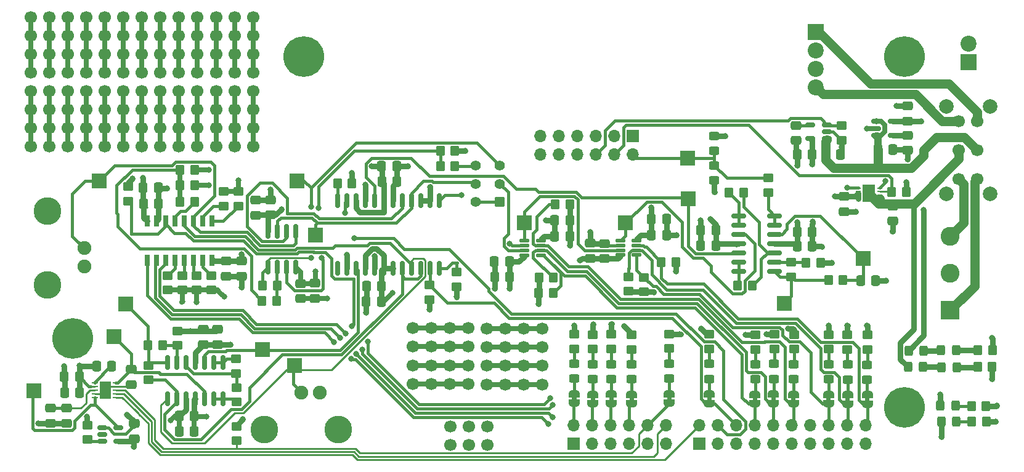
<source format=gtl>
G04 #@! TF.GenerationSoftware,KiCad,Pcbnew,8.0.6*
G04 #@! TF.CreationDate,2025-06-21T10:27:37-07:00*
G04 #@! TF.ProjectId,complete_EPG,636f6d70-6c65-4746-955f-4550472e6b69,rev?*
G04 #@! TF.SameCoordinates,Original*
G04 #@! TF.FileFunction,Copper,L1,Top*
G04 #@! TF.FilePolarity,Positive*
%FSLAX46Y46*%
G04 Gerber Fmt 4.6, Leading zero omitted, Abs format (unit mm)*
G04 Created by KiCad (PCBNEW 8.0.6) date 2025-06-21 10:27:37*
%MOMM*%
%LPD*%
G01*
G04 APERTURE LIST*
G04 Aperture macros list*
%AMRoundRect*
0 Rectangle with rounded corners*
0 $1 Rounding radius*
0 $2 $3 $4 $5 $6 $7 $8 $9 X,Y pos of 4 corners*
0 Add a 4 corners polygon primitive as box body*
4,1,4,$2,$3,$4,$5,$6,$7,$8,$9,$2,$3,0*
0 Add four circle primitives for the rounded corners*
1,1,$1+$1,$2,$3*
1,1,$1+$1,$4,$5*
1,1,$1+$1,$6,$7*
1,1,$1+$1,$8,$9*
0 Add four rect primitives between the rounded corners*
20,1,$1+$1,$2,$3,$4,$5,0*
20,1,$1+$1,$4,$5,$6,$7,0*
20,1,$1+$1,$6,$7,$8,$9,0*
20,1,$1+$1,$8,$9,$2,$3,0*%
%AMFreePoly0*
4,1,19,0.500000,-0.750000,0.000000,-0.750000,0.000000,-0.744911,-0.071157,-0.744911,-0.207708,-0.704816,-0.327430,-0.627875,-0.420627,-0.520320,-0.479746,-0.390866,-0.500000,-0.250000,-0.500000,0.250000,-0.479746,0.390866,-0.420627,0.520320,-0.327430,0.627875,-0.207708,0.704816,-0.071157,0.744911,0.000000,0.744911,0.000000,0.750000,0.500000,0.750000,0.500000,-0.750000,0.500000,-0.750000,
$1*%
%AMFreePoly1*
4,1,19,0.000000,0.744911,0.071157,0.744911,0.207708,0.704816,0.327430,0.627875,0.420627,0.520320,0.479746,0.390866,0.500000,0.250000,0.500000,-0.250000,0.479746,-0.390866,0.420627,-0.520320,0.327430,-0.627875,0.207708,-0.704816,0.071157,-0.744911,0.000000,-0.744911,0.000000,-0.750000,-0.500000,-0.750000,-0.500000,0.750000,0.000000,0.750000,0.000000,0.744911,0.000000,0.744911,
$1*%
G04 Aperture macros list end*
G04 #@! TA.AperFunction,EtchedComponent*
%ADD10C,0.000000*%
G04 #@! TD*
G04 #@! TA.AperFunction,SMDPad,CuDef*
%ADD11R,0.787400X0.254000*%
G04 #@! TD*
G04 #@! TA.AperFunction,SMDPad,CuDef*
%ADD12R,1.752600X2.489200*%
G04 #@! TD*
G04 #@! TA.AperFunction,ComponentPad*
%ADD13C,1.700000*%
G04 #@! TD*
G04 #@! TA.AperFunction,ComponentPad*
%ADD14C,3.810000*%
G04 #@! TD*
G04 #@! TA.AperFunction,ComponentPad*
%ADD15C,1.905000*%
G04 #@! TD*
G04 #@! TA.AperFunction,ComponentPad*
%ADD16C,5.600000*%
G04 #@! TD*
G04 #@! TA.AperFunction,SMDPad,CuDef*
%ADD17R,2.000000X2.000000*%
G04 #@! TD*
G04 #@! TA.AperFunction,SMDPad,CuDef*
%ADD18RoundRect,0.250000X-0.475000X0.337500X-0.475000X-0.337500X0.475000X-0.337500X0.475000X0.337500X0*%
G04 #@! TD*
G04 #@! TA.AperFunction,SMDPad,CuDef*
%ADD19RoundRect,0.250000X0.450000X-0.350000X0.450000X0.350000X-0.450000X0.350000X-0.450000X-0.350000X0*%
G04 #@! TD*
G04 #@! TA.AperFunction,SMDPad,CuDef*
%ADD20RoundRect,0.250000X0.337500X0.475000X-0.337500X0.475000X-0.337500X-0.475000X0.337500X-0.475000X0*%
G04 #@! TD*
G04 #@! TA.AperFunction,SMDPad,CuDef*
%ADD21RoundRect,0.250000X0.475000X-0.337500X0.475000X0.337500X-0.475000X0.337500X-0.475000X-0.337500X0*%
G04 #@! TD*
G04 #@! TA.AperFunction,SMDPad,CuDef*
%ADD22FreePoly0,270.000000*%
G04 #@! TD*
G04 #@! TA.AperFunction,SMDPad,CuDef*
%ADD23FreePoly1,270.000000*%
G04 #@! TD*
G04 #@! TA.AperFunction,SMDPad,CuDef*
%ADD24RoundRect,0.125000X-0.537500X-0.125000X0.537500X-0.125000X0.537500X0.125000X-0.537500X0.125000X0*%
G04 #@! TD*
G04 #@! TA.AperFunction,SMDPad,CuDef*
%ADD25RoundRect,0.250000X-0.450000X0.325000X-0.450000X-0.325000X0.450000X-0.325000X0.450000X0.325000X0*%
G04 #@! TD*
G04 #@! TA.AperFunction,SMDPad,CuDef*
%ADD26RoundRect,0.250000X0.325000X0.450000X-0.325000X0.450000X-0.325000X-0.450000X0.325000X-0.450000X0*%
G04 #@! TD*
G04 #@! TA.AperFunction,SMDPad,CuDef*
%ADD27RoundRect,0.250000X-0.350000X-0.450000X0.350000X-0.450000X0.350000X0.450000X-0.350000X0.450000X0*%
G04 #@! TD*
G04 #@! TA.AperFunction,SMDPad,CuDef*
%ADD28RoundRect,0.250000X0.350000X0.450000X-0.350000X0.450000X-0.350000X-0.450000X0.350000X-0.450000X0*%
G04 #@! TD*
G04 #@! TA.AperFunction,SMDPad,CuDef*
%ADD29RoundRect,0.250000X-0.450000X0.350000X-0.450000X-0.350000X0.450000X-0.350000X0.450000X0.350000X0*%
G04 #@! TD*
G04 #@! TA.AperFunction,SMDPad,CuDef*
%ADD30RoundRect,0.150000X0.150000X-0.825000X0.150000X0.825000X-0.150000X0.825000X-0.150000X-0.825000X0*%
G04 #@! TD*
G04 #@! TA.AperFunction,ComponentPad*
%ADD31R,2.200000X2.200000*%
G04 #@! TD*
G04 #@! TA.AperFunction,ComponentPad*
%ADD32C,2.200000*%
G04 #@! TD*
G04 #@! TA.AperFunction,HeatsinkPad*
%ADD33R,1.640000X2.380000*%
G04 #@! TD*
G04 #@! TA.AperFunction,SMDPad,CuDef*
%ADD34RoundRect,0.062500X-0.365000X-0.062500X0.365000X-0.062500X0.365000X0.062500X-0.365000X0.062500X0*%
G04 #@! TD*
G04 #@! TA.AperFunction,SMDPad,CuDef*
%ADD35RoundRect,0.150000X-0.825000X-0.150000X0.825000X-0.150000X0.825000X0.150000X-0.825000X0.150000X0*%
G04 #@! TD*
G04 #@! TA.AperFunction,SMDPad,CuDef*
%ADD36RoundRect,0.150000X-0.512500X-0.150000X0.512500X-0.150000X0.512500X0.150000X-0.512500X0.150000X0*%
G04 #@! TD*
G04 #@! TA.AperFunction,SMDPad,CuDef*
%ADD37RoundRect,0.250000X-0.337500X-0.475000X0.337500X-0.475000X0.337500X0.475000X-0.337500X0.475000X0*%
G04 #@! TD*
G04 #@! TA.AperFunction,SMDPad,CuDef*
%ADD38RoundRect,0.250000X-0.325000X-0.450000X0.325000X-0.450000X0.325000X0.450000X-0.325000X0.450000X0*%
G04 #@! TD*
G04 #@! TA.AperFunction,SMDPad,CuDef*
%ADD39R,0.700000X1.525000*%
G04 #@! TD*
G04 #@! TA.AperFunction,ComponentPad*
%ADD40O,1.700000X1.700000*%
G04 #@! TD*
G04 #@! TA.AperFunction,ComponentPad*
%ADD41R,1.700000X1.700000*%
G04 #@! TD*
G04 #@! TA.AperFunction,ComponentPad*
%ADD42C,1.400000*%
G04 #@! TD*
G04 #@! TA.AperFunction,ComponentPad*
%ADD43RoundRect,0.250000X0.450000X-0.450000X0.450000X0.450000X-0.450000X0.450000X-0.450000X-0.450000X0*%
G04 #@! TD*
G04 #@! TA.AperFunction,SMDPad,CuDef*
%ADD44RoundRect,0.150000X0.512500X0.150000X-0.512500X0.150000X-0.512500X-0.150000X0.512500X-0.150000X0*%
G04 #@! TD*
G04 #@! TA.AperFunction,ComponentPad*
%ADD45R,2.600000X2.600000*%
G04 #@! TD*
G04 #@! TA.AperFunction,ComponentPad*
%ADD46C,2.600000*%
G04 #@! TD*
G04 #@! TA.AperFunction,SMDPad,CuDef*
%ADD47RoundRect,0.150000X0.150000X-0.875000X0.150000X0.875000X-0.150000X0.875000X-0.150000X-0.875000X0*%
G04 #@! TD*
G04 #@! TA.AperFunction,ComponentPad*
%ADD48C,2.000000*%
G04 #@! TD*
G04 #@! TA.AperFunction,ViaPad*
%ADD49C,0.800000*%
G04 #@! TD*
G04 #@! TA.AperFunction,Conductor*
%ADD50C,0.762000*%
G04 #@! TD*
G04 #@! TA.AperFunction,Conductor*
%ADD51C,0.381000*%
G04 #@! TD*
G04 #@! TA.AperFunction,Conductor*
%ADD52C,1.270000*%
G04 #@! TD*
G04 #@! TA.AperFunction,Conductor*
%ADD53C,0.254000*%
G04 #@! TD*
G04 #@! TA.AperFunction,Conductor*
%ADD54C,1.016000*%
G04 #@! TD*
G04 #@! TA.AperFunction,Conductor*
%ADD55C,0.635000*%
G04 #@! TD*
G04 #@! TA.AperFunction,Conductor*
%ADD56C,0.250000*%
G04 #@! TD*
G04 APERTURE END LIST*
D10*
G04 #@! TA.AperFunction,EtchedComponent*
G36*
X95728000Y-68000500D02*
G01*
X95128000Y-68000500D01*
X95128000Y-67500500D01*
X95728000Y-67500500D01*
X95728000Y-68000500D01*
G37*
G04 #@! TD.AperFunction*
G04 #@! TA.AperFunction,EtchedComponent*
G36*
X90638000Y-67959250D02*
G01*
X90038000Y-67959250D01*
X90038000Y-67459250D01*
X90638000Y-67459250D01*
X90638000Y-67959250D01*
G37*
G04 #@! TD.AperFunction*
G04 #@! TA.AperFunction,EtchedComponent*
G36*
X103693000Y-67943000D02*
G01*
X103093000Y-67943000D01*
X103093000Y-67443000D01*
X103693000Y-67443000D01*
X103693000Y-67943000D01*
G37*
G04 #@! TD.AperFunction*
G04 #@! TA.AperFunction,EtchedComponent*
G36*
X98518000Y-68038750D02*
G01*
X97918000Y-68038750D01*
X97918000Y-67538750D01*
X98518000Y-67538750D01*
X98518000Y-68038750D01*
G37*
G04 #@! TD.AperFunction*
G04 #@! TA.AperFunction,EtchedComponent*
G36*
X93218000Y-68029250D02*
G01*
X92618000Y-68029250D01*
X92618000Y-67529250D01*
X93218000Y-67529250D01*
X93218000Y-68029250D01*
G37*
G04 #@! TD.AperFunction*
G04 #@! TA.AperFunction,EtchedComponent*
G36*
X115480142Y-68052821D02*
G01*
X114880142Y-68052821D01*
X114880142Y-67552821D01*
X115480142Y-67552821D01*
X115480142Y-68052821D01*
G37*
G04 #@! TD.AperFunction*
G04 #@! TA.AperFunction,EtchedComponent*
G36*
X130898000Y-68078000D02*
G01*
X130298000Y-68078000D01*
X130298000Y-67578000D01*
X130898000Y-67578000D01*
X130898000Y-68078000D01*
G37*
G04 #@! TD.AperFunction*
G04 #@! TA.AperFunction,EtchedComponent*
G36*
X118007999Y-67980500D02*
G01*
X117407999Y-67980500D01*
X117407999Y-67480500D01*
X118007999Y-67480500D01*
X118007999Y-67980500D01*
G37*
G04 #@! TD.AperFunction*
G04 #@! TA.AperFunction,EtchedComponent*
G36*
X109193000Y-67979250D02*
G01*
X108593000Y-67979250D01*
X108593000Y-67479250D01*
X109193000Y-67479250D01*
X109193000Y-67979250D01*
G37*
G04 #@! TD.AperFunction*
G04 #@! TA.AperFunction,EtchedComponent*
G36*
X128224426Y-68074785D02*
G01*
X127624426Y-68074785D01*
X127624426Y-67574785D01*
X128224426Y-67574785D01*
X128224426Y-68074785D01*
G37*
G04 #@! TD.AperFunction*
G04 #@! TA.AperFunction,EtchedComponent*
G36*
X120768713Y-68010500D02*
G01*
X120168713Y-68010500D01*
X120168713Y-67510500D01*
X120768713Y-67510500D01*
X120768713Y-68010500D01*
G37*
G04 #@! TD.AperFunction*
G04 #@! TA.AperFunction,EtchedComponent*
G36*
X125579427Y-68018000D02*
G01*
X124979427Y-68018000D01*
X124979427Y-67518000D01*
X125579427Y-67518000D01*
X125579427Y-68018000D01*
G37*
G04 #@! TD.AperFunction*
D11*
X132291600Y-40247001D03*
X132291600Y-39747000D03*
X132291600Y-39247000D03*
X132291600Y-38746999D03*
X129370600Y-38746999D03*
X129370600Y-39247000D03*
X129370600Y-39747000D03*
X129370600Y-40247001D03*
D12*
X130831100Y-39497000D03*
D13*
X85968000Y-58107000D03*
X83433000Y-65802000D03*
X75768000Y-60577000D03*
X80888000Y-60647000D03*
X68153000Y-65732000D03*
X75773000Y-65732000D03*
X73228000Y-58037000D03*
X70688000Y-58037000D03*
X70728000Y-63187000D03*
X73228000Y-60577000D03*
X68148000Y-60577000D03*
X73233000Y-65732000D03*
X80888000Y-58107000D03*
X68188000Y-63187000D03*
X80888000Y-63187000D03*
X78348000Y-60647000D03*
X83428000Y-60647000D03*
X75808000Y-63187000D03*
X75768000Y-58037000D03*
X85968000Y-63187000D03*
X70693000Y-65732000D03*
X83428000Y-63187000D03*
X68148000Y-58037000D03*
X70688000Y-60577000D03*
X80893000Y-65802000D03*
X78353000Y-65802000D03*
X85973000Y-65802000D03*
X73268000Y-63187000D03*
X78348000Y-58107000D03*
X85968000Y-60647000D03*
X83428000Y-58107000D03*
X78348000Y-63187000D03*
D14*
X47778000Y-71949500D03*
D15*
X55398000Y-66869500D03*
D14*
X57938000Y-71949500D03*
D15*
X52858000Y-66869500D03*
D14*
X17925500Y-41957000D03*
D15*
X23005500Y-49577000D03*
D14*
X17925500Y-52117000D03*
D15*
X23005500Y-47037000D03*
D16*
X135708000Y-20677000D03*
X53158000Y-20677000D03*
X21408000Y-59412000D03*
X135708000Y-68937000D03*
D13*
X20708000Y-30527000D03*
D17*
X52248000Y-37727000D03*
D18*
X46553000Y-40394500D03*
X46553000Y-42469500D03*
X44648000Y-48797000D03*
X44648000Y-50872000D03*
D19*
X95428000Y-60889500D03*
X95428000Y-58889500D03*
D20*
X131745500Y-51507000D03*
X129670500Y-51507000D03*
D13*
X28328000Y-30527000D03*
X25788000Y-17827000D03*
D21*
X127458000Y-41964500D03*
X127458000Y-39889500D03*
D19*
X42158000Y-41237000D03*
X42158000Y-39237000D03*
D13*
X30868000Y-20367000D03*
D22*
X95428000Y-67100500D03*
D23*
X95428000Y-68400500D03*
D13*
X23248000Y-22907000D03*
D19*
X117847286Y-60869500D03*
X117847286Y-58869500D03*
D13*
X41103000Y-25442000D03*
X41103000Y-15282000D03*
D24*
X98925500Y-46008000D03*
X98925500Y-46658000D03*
X98925500Y-47308000D03*
X98925500Y-47958000D03*
X96650500Y-47958000D03*
X96650500Y-47308000D03*
X96650500Y-46658000D03*
X96650500Y-46008000D03*
D20*
X33225500Y-40887000D03*
X31150500Y-40887000D03*
D13*
X18168000Y-22907000D03*
D17*
X28688000Y-54697000D03*
D13*
X30868000Y-15287000D03*
X20708000Y-25447000D03*
D18*
X20578000Y-69019500D03*
X20578000Y-71094500D03*
D13*
X15628000Y-30527000D03*
D25*
X95428000Y-62967000D03*
X95428000Y-65017000D03*
D13*
X15628000Y-25447000D03*
D19*
X92918000Y-60918250D03*
X92918000Y-58918250D03*
D18*
X42528000Y-48797000D03*
X42528000Y-50872000D03*
D26*
X138348000Y-61127000D03*
X136298000Y-61127000D03*
D17*
X119228000Y-54577000D03*
D13*
X28328000Y-33067000D03*
D27*
X71928000Y-35777000D03*
X73928000Y-35777000D03*
D13*
X35948000Y-27987000D03*
D28*
X114778000Y-52197000D03*
X112778000Y-52197000D03*
D29*
X116998000Y-37387000D03*
X116998000Y-39387000D03*
D27*
X87728000Y-40982000D03*
X89728000Y-40982000D03*
D13*
X30868000Y-25447000D03*
X33408000Y-15287000D03*
D21*
X134068000Y-43274500D03*
X134068000Y-41199500D03*
D22*
X90338000Y-67059250D03*
D23*
X90338000Y-68359250D03*
D29*
X127070500Y-30147000D03*
X127070500Y-32147000D03*
D13*
X36018000Y-15247000D03*
D22*
X103393000Y-67043000D03*
D23*
X103393000Y-68343000D03*
D30*
X48238000Y-49638000D03*
X49508000Y-49638000D03*
X50778000Y-49638000D03*
X52048000Y-49638000D03*
X52048000Y-44688000D03*
X50778000Y-44688000D03*
X49508000Y-44688000D03*
X48238000Y-44688000D03*
D13*
X36018000Y-22867000D03*
D18*
X29453000Y-63694500D03*
X29453000Y-65769500D03*
D13*
X46183000Y-27982000D03*
X38558000Y-20327000D03*
D31*
X144538000Y-21417000D03*
D32*
X144538000Y-18877000D03*
D18*
X18353000Y-69019500D03*
X18353000Y-71094500D03*
D13*
X73308000Y-71517000D03*
D28*
X38148000Y-36237000D03*
X36148000Y-36237000D03*
D21*
X29848000Y-73204500D03*
X29848000Y-71129500D03*
D13*
X35948000Y-33067000D03*
X43713000Y-20322000D03*
X18168000Y-27987000D03*
D18*
X52738000Y-51869500D03*
X52738000Y-53944500D03*
D13*
X43713000Y-15242000D03*
X73308000Y-74057000D03*
X41103000Y-17822000D03*
X46253000Y-17782000D03*
D29*
X97798000Y-50947000D03*
X97798000Y-52947000D03*
D33*
X25878000Y-66532000D03*
D34*
X27325500Y-65532000D03*
X27325500Y-66032000D03*
X27325500Y-66532000D03*
X27325500Y-67032000D03*
X27325500Y-67532000D03*
X24430500Y-67532000D03*
X24430500Y-67032000D03*
X24430500Y-66532000D03*
X24430500Y-66032000D03*
X24430500Y-65532000D03*
D35*
X112913000Y-42557000D03*
X112913000Y-43827000D03*
X112913000Y-45097000D03*
X112913000Y-46367000D03*
X112913000Y-47637000D03*
X112913000Y-48907000D03*
X112913000Y-50177000D03*
X117863000Y-50177000D03*
X117863000Y-48907000D03*
X117863000Y-47637000D03*
X117863000Y-46367000D03*
X117863000Y-45097000D03*
X117863000Y-43827000D03*
X117863000Y-42557000D03*
D27*
X47488000Y-52177000D03*
X49488000Y-52177000D03*
D22*
X98218000Y-67138750D03*
D23*
X98218000Y-68438750D03*
D25*
X117758000Y-62947000D03*
X117758000Y-64997000D03*
D29*
X34453000Y-50782000D03*
X34453000Y-52782000D03*
D36*
X134138000Y-29587000D03*
X134138000Y-31487000D03*
X131863000Y-31487000D03*
X131863000Y-30537000D03*
X131863000Y-29587000D03*
D37*
X107720500Y-46647000D03*
X109795500Y-46647000D03*
D25*
X108893000Y-62945750D03*
X108893000Y-64995750D03*
D13*
X30868000Y-22907000D03*
D29*
X40453000Y-50782000D03*
X40453000Y-52782000D03*
D38*
X140823000Y-63407000D03*
X142873000Y-63407000D03*
D37*
X63870500Y-35737000D03*
X65945500Y-35737000D03*
D13*
X28328000Y-25447000D03*
D38*
X142825500Y-70865000D03*
X140775500Y-70865000D03*
D29*
X38453000Y-50782000D03*
X38453000Y-52782000D03*
D39*
X40533000Y-43305000D03*
X39263000Y-43305000D03*
X37993000Y-43305000D03*
X36723000Y-43305000D03*
X35453000Y-43305000D03*
X34183000Y-43305000D03*
X32913000Y-43305000D03*
X31643000Y-43305000D03*
X31643000Y-48729000D03*
X32913000Y-48729000D03*
X34183000Y-48729000D03*
X35453000Y-48729000D03*
X36723000Y-48729000D03*
X37993000Y-48729000D03*
X39263000Y-48729000D03*
X40533000Y-48729000D03*
D25*
X115240857Y-63019321D03*
X115240857Y-65069321D03*
D40*
X85719200Y-34097000D03*
X85719200Y-31557000D03*
X88259200Y-34097000D03*
X88259200Y-31557000D03*
X90799200Y-34097000D03*
X90799200Y-31557000D03*
X93339200Y-34097000D03*
X93339200Y-31557000D03*
X95879200Y-34097000D03*
X95879200Y-31557000D03*
X98419200Y-34097000D03*
D41*
X98419200Y-31557000D03*
D13*
X25788000Y-27987000D03*
D28*
X49438000Y-54277000D03*
X47438000Y-54277000D03*
D13*
X46253000Y-20322000D03*
D25*
X109578000Y-31602000D03*
X109578000Y-33652000D03*
D28*
X38158000Y-40617000D03*
X36158000Y-40617000D03*
D37*
X120950500Y-44777000D03*
X123025500Y-44777000D03*
D13*
X28328000Y-17827000D03*
X33408000Y-33067000D03*
X38558000Y-22867000D03*
X38558000Y-15247000D03*
D17*
X25088000Y-37747000D03*
D19*
X130598000Y-60967000D03*
X130598000Y-58967000D03*
D20*
X33165500Y-38687000D03*
X31090500Y-38687000D03*
D13*
X23248000Y-25447000D03*
X18168000Y-20367000D03*
D38*
X136223000Y-63367000D03*
X138273000Y-63367000D03*
D37*
X120968000Y-34142000D03*
X123043000Y-34142000D03*
D13*
X33408000Y-27987000D03*
X43643000Y-27982000D03*
X18168000Y-30527000D03*
D20*
X81455500Y-51002000D03*
X79380500Y-51002000D03*
D27*
X133938000Y-39327000D03*
X135938000Y-39327000D03*
D22*
X92918000Y-67129250D03*
D23*
X92918000Y-68429250D03*
D19*
X43968000Y-73527000D03*
X43968000Y-71527000D03*
X90338000Y-60848250D03*
X90338000Y-58848250D03*
D13*
X33408000Y-17827000D03*
D29*
X70458000Y-52077000D03*
X70458000Y-54077000D03*
D13*
X18168000Y-17827000D03*
X20708000Y-33067000D03*
D19*
X120163000Y-50937000D03*
X120163000Y-48937000D03*
D13*
X18168000Y-25447000D03*
X20708000Y-15287000D03*
X23248000Y-15287000D03*
X15628000Y-20367000D03*
D42*
X76810500Y-35677000D03*
X76810500Y-38177000D03*
X76810500Y-40677000D03*
X80110500Y-35677000D03*
X80110500Y-38177000D03*
D43*
X80110500Y-40677000D03*
D13*
X43643000Y-25442000D03*
D37*
X36060500Y-70152000D03*
X38135500Y-70152000D03*
D22*
X115180142Y-67152821D03*
D23*
X115180142Y-68452821D03*
D27*
X144958000Y-70865000D03*
X146958000Y-70865000D03*
D21*
X41328000Y-60269500D03*
X41328000Y-58194500D03*
D13*
X15628000Y-22907000D03*
D44*
X125063000Y-31947000D03*
X125063000Y-30997000D03*
X125063000Y-30047000D03*
X122788000Y-30047000D03*
X122788000Y-31947000D03*
D29*
X99928000Y-51032000D03*
X99928000Y-53032000D03*
D20*
X132060500Y-33417000D03*
X134135500Y-33417000D03*
D27*
X144932000Y-68725000D03*
X146932000Y-68725000D03*
D22*
X130598000Y-67178000D03*
D23*
X130598000Y-68478000D03*
D13*
X15628000Y-27987000D03*
D17*
X47468000Y-60967000D03*
D13*
X78388000Y-71517000D03*
X28328000Y-27987000D03*
D29*
X35830500Y-58404500D03*
X35830500Y-60404500D03*
D13*
X41103000Y-27982000D03*
X25788000Y-22907000D03*
X30868000Y-27987000D03*
D19*
X29018000Y-40547000D03*
X29018000Y-38547000D03*
D18*
X48623000Y-40369500D03*
X48623000Y-42444500D03*
D22*
X117707999Y-67080500D03*
D23*
X117707999Y-68380500D03*
D13*
X20708000Y-17827000D03*
D21*
X136108000Y-31479500D03*
X136108000Y-33554500D03*
D20*
X89735500Y-45423000D03*
X87660500Y-45423000D03*
X63840500Y-52282000D03*
X61765500Y-52282000D03*
D17*
X51898000Y-63177000D03*
D26*
X142800500Y-61087000D03*
X140750500Y-61087000D03*
D27*
X57788000Y-38097000D03*
X59788000Y-38097000D03*
D13*
X75848000Y-71517000D03*
D27*
X31780500Y-60344500D03*
X33780500Y-60344500D03*
D13*
X30868000Y-30527000D03*
X78388000Y-74057000D03*
D45*
X142010000Y-55555920D03*
D46*
X142010000Y-50475920D03*
X142010000Y-45395920D03*
D13*
X23248000Y-20367000D03*
D19*
X31803000Y-65132000D03*
X31803000Y-63132000D03*
D13*
X43643000Y-33062000D03*
X25788000Y-30527000D03*
D27*
X147808000Y-61087000D03*
X145808000Y-61087000D03*
D13*
X46183000Y-30522000D03*
X15628000Y-33067000D03*
D37*
X63890500Y-37857000D03*
X65965500Y-37857000D03*
D27*
X147768000Y-63367000D03*
X145768000Y-63367000D03*
D13*
X23248000Y-30527000D03*
D21*
X92503000Y-48419500D03*
X92503000Y-46344500D03*
D30*
X34438000Y-67729500D03*
X35708000Y-67729500D03*
X36978000Y-67729500D03*
X38248000Y-67729500D03*
X39518000Y-67729500D03*
X40788000Y-67729500D03*
X42058000Y-67729500D03*
X42058000Y-62779500D03*
X40788000Y-62779500D03*
X39518000Y-62779500D03*
X38248000Y-62779500D03*
X36978000Y-62779500D03*
X35708000Y-62779500D03*
X34438000Y-62779500D03*
D17*
X97358000Y-43567000D03*
D13*
X20708000Y-20367000D03*
D41*
X107543000Y-73918000D03*
D40*
X107543000Y-71378000D03*
X110083000Y-73918000D03*
X110083000Y-71378000D03*
X112623000Y-73918000D03*
X112623000Y-71378000D03*
X115163000Y-73918000D03*
X115163000Y-71378000D03*
X117703000Y-73918000D03*
X117703000Y-71378000D03*
X120243000Y-73918000D03*
X120243000Y-71378000D03*
X122783000Y-73918000D03*
X122783000Y-71378000D03*
X125323000Y-73918000D03*
X125323000Y-71378000D03*
X127863000Y-73918000D03*
X127863000Y-71378000D03*
X130403000Y-73918000D03*
X130403000Y-71378000D03*
D13*
X46183000Y-25442000D03*
D17*
X130008000Y-48447000D03*
D28*
X127268000Y-51427000D03*
X125268000Y-51427000D03*
D13*
X35948000Y-25447000D03*
D28*
X87453000Y-53182000D03*
X85453000Y-53182000D03*
D25*
X103398000Y-62934500D03*
X103398000Y-64984500D03*
D21*
X120795500Y-32214500D03*
X120795500Y-30139500D03*
D25*
X120508000Y-62977000D03*
X120508000Y-65027000D03*
D20*
X22328000Y-64732000D03*
X20253000Y-64732000D03*
D19*
X120579429Y-60899500D03*
X120579429Y-58899500D03*
D13*
X33408000Y-30527000D03*
X25788000Y-20367000D03*
D17*
X16074000Y-66651000D03*
D22*
X108893000Y-67079250D03*
D23*
X108893000Y-68379250D03*
D19*
X23448000Y-73357000D03*
X23448000Y-71357000D03*
D29*
X43900500Y-66194500D03*
X43900500Y-68194500D03*
D13*
X41103000Y-20362000D03*
X38488000Y-33067000D03*
D25*
X127942285Y-63041285D03*
X127942285Y-65091285D03*
D27*
X71928000Y-33617000D03*
X73928000Y-33617000D03*
D13*
X75848000Y-74057000D03*
X38488000Y-25447000D03*
X18168000Y-15287000D03*
D17*
X83508000Y-43567000D03*
D27*
X36188000Y-38367000D03*
X38188000Y-38367000D03*
D20*
X63810500Y-54332000D03*
X61735500Y-54332000D03*
D37*
X36040500Y-72207000D03*
X38115500Y-72207000D03*
D19*
X115248000Y-60941821D03*
X115248000Y-58941821D03*
D20*
X22353000Y-66932000D03*
X20278000Y-66932000D03*
D36*
X25445500Y-71707000D03*
X25445500Y-72657000D03*
X25445500Y-73607000D03*
X27720500Y-73607000D03*
X27720500Y-71707000D03*
D25*
X92918000Y-62995750D03*
X92918000Y-65045750D03*
D13*
X43713000Y-17782000D03*
X38488000Y-27987000D03*
D31*
X123568000Y-17302000D03*
D32*
X123568000Y-19842000D03*
X123568000Y-22382000D03*
X123568000Y-24922000D03*
D13*
X46253000Y-15242000D03*
X20708000Y-22907000D03*
D20*
X26778000Y-63282000D03*
X24703000Y-63282000D03*
X103015500Y-45243000D03*
X100940500Y-45243000D03*
D13*
X28328000Y-20367000D03*
X33408000Y-22907000D03*
X23248000Y-33067000D03*
X41103000Y-30522000D03*
D19*
X108893000Y-60868250D03*
X108893000Y-58868250D03*
D26*
X140653000Y-68645000D03*
X142703000Y-68645000D03*
D13*
X35948000Y-30527000D03*
X33408000Y-20367000D03*
D22*
X127924426Y-67174785D03*
D23*
X127924426Y-68474785D03*
D13*
X15628000Y-17827000D03*
D19*
X98218000Y-60927750D03*
X98218000Y-58927750D03*
D13*
X38558000Y-17787000D03*
D17*
X105968000Y-40247000D03*
D13*
X33408000Y-25447000D03*
D29*
X74148000Y-50297000D03*
X74148000Y-52297000D03*
D13*
X23248000Y-27987000D03*
D28*
X87478000Y-51082000D03*
X85478000Y-51082000D03*
D21*
X39328000Y-60269500D03*
X39328000Y-58194500D03*
D22*
X120468713Y-67110500D03*
D23*
X120468713Y-68410500D03*
D27*
X102298000Y-48907000D03*
X104298000Y-48907000D03*
X122168000Y-48997000D03*
X124168000Y-48997000D03*
D13*
X46253000Y-22862000D03*
X41103000Y-22902000D03*
D21*
X94523000Y-48439500D03*
X94523000Y-46364500D03*
D37*
X107720500Y-44507000D03*
X109795500Y-44507000D03*
D13*
X41103000Y-33062000D03*
X28328000Y-22907000D03*
D29*
X36453000Y-50782000D03*
X36453000Y-52782000D03*
D24*
X85745500Y-46023000D03*
X85745500Y-46673000D03*
X85745500Y-47323000D03*
X85745500Y-47973000D03*
X83470500Y-47973000D03*
X83470500Y-47323000D03*
X83470500Y-46673000D03*
X83470500Y-46023000D03*
D19*
X127878000Y-60963785D03*
X127878000Y-58963785D03*
D25*
X125308000Y-62984500D03*
X125308000Y-65034500D03*
D13*
X15628000Y-15287000D03*
D41*
X90248000Y-73928000D03*
D40*
X90248000Y-71388000D03*
X92788000Y-73928000D03*
X92788000Y-71388000D03*
X95328000Y-73928000D03*
X95328000Y-71388000D03*
X97868000Y-73928000D03*
X97868000Y-71388000D03*
X100408000Y-73928000D03*
X100408000Y-71388000D03*
X102948000Y-73928000D03*
X102948000Y-71388000D03*
D25*
X130580143Y-63044500D03*
X130580143Y-65094500D03*
D13*
X43643000Y-30522000D03*
D22*
X125279427Y-67118000D03*
D23*
X125279427Y-68418000D03*
D28*
X113588000Y-39407000D03*
X111588000Y-39407000D03*
D47*
X57793000Y-49782000D03*
X59063000Y-49782000D03*
X60333000Y-49782000D03*
X61603000Y-49782000D03*
X62873000Y-49782000D03*
X64143000Y-49782000D03*
X65413000Y-49782000D03*
X66683000Y-49782000D03*
X67953000Y-49782000D03*
X69223000Y-49782000D03*
X70493000Y-49782000D03*
X71763000Y-49782000D03*
X71763000Y-40482000D03*
X70493000Y-40482000D03*
X69223000Y-40482000D03*
X67953000Y-40482000D03*
X66683000Y-40482000D03*
X65413000Y-40482000D03*
X64143000Y-40482000D03*
X62873000Y-40482000D03*
X61603000Y-40482000D03*
X60333000Y-40482000D03*
X59063000Y-40482000D03*
X57793000Y-40482000D03*
D18*
X136128000Y-29524500D03*
X136128000Y-27449500D03*
D13*
X23248000Y-17827000D03*
D19*
X44158000Y-41237000D03*
X44158000Y-39237000D03*
X43890500Y-64254500D03*
X43890500Y-62254500D03*
D13*
X145708000Y-29527000D03*
X145708000Y-33527000D03*
X145708000Y-37527000D03*
X143208000Y-29527000D03*
X143208000Y-33527000D03*
X143208000Y-37527000D03*
D48*
X147458000Y-27527000D03*
X141458000Y-27527000D03*
X147458000Y-39527000D03*
X141458000Y-39527000D03*
D13*
X36018000Y-17787000D03*
X20708000Y-27987000D03*
D25*
X109598000Y-37724500D03*
X109598000Y-35674500D03*
D17*
X105878000Y-34607000D03*
D13*
X18168000Y-33067000D03*
X25788000Y-33067000D03*
D20*
X81415500Y-48882000D03*
X79340500Y-48882000D03*
X126933000Y-34142000D03*
X124858000Y-34142000D03*
D37*
X120950500Y-46777000D03*
X123025500Y-46777000D03*
D19*
X125336572Y-60907000D03*
X125336572Y-58907000D03*
D20*
X89735500Y-43193000D03*
X87660500Y-43193000D03*
D13*
X25788000Y-25447000D03*
X28328000Y-15287000D03*
X30868000Y-17827000D03*
X43713000Y-22862000D03*
D19*
X103383000Y-60833000D03*
X103383000Y-58833000D03*
D13*
X25788000Y-15287000D03*
D17*
X27058000Y-59187000D03*
D25*
X98218000Y-63005250D03*
X98218000Y-65055250D03*
D13*
X36018000Y-20327000D03*
D20*
X103015500Y-43013000D03*
X100940500Y-43013000D03*
D13*
X46183000Y-33062000D03*
X38488000Y-30527000D03*
D25*
X90338000Y-62925750D03*
X90338000Y-64975750D03*
D17*
X54808000Y-45237000D03*
D18*
X54698000Y-51859500D03*
X54698000Y-53934500D03*
D13*
X30868000Y-33067000D03*
D49*
X86428000Y-43187000D03*
X138018000Y-29527000D03*
X136108000Y-34767000D03*
X104298000Y-50217000D03*
X125708000Y-48997000D03*
X124378000Y-46827000D03*
X130538000Y-57647000D03*
X127878000Y-57687000D03*
X125308000Y-57677000D03*
X119748000Y-58127000D03*
X116728000Y-58837000D03*
X113873179Y-58941821D03*
X107763000Y-58122000D03*
X104828000Y-58833000D03*
X97208000Y-57747000D03*
X95428000Y-57467000D03*
X92948000Y-57537000D03*
X90338000Y-57667000D03*
X74838000Y-39717000D03*
X86798000Y-71237000D03*
X87398000Y-70287000D03*
X87383000Y-68592000D03*
X87023000Y-67652000D03*
X126178000Y-39917000D03*
X129028000Y-41987000D03*
X148248000Y-70837000D03*
X148388000Y-68687000D03*
X140788000Y-72957000D03*
X140608000Y-67107000D03*
X147768000Y-65007000D03*
X147768000Y-59397000D03*
X138328872Y-41707000D03*
X138328872Y-33507872D03*
X133078000Y-37777500D03*
X127858000Y-38683499D03*
X134068000Y-44637000D03*
X135968000Y-37957000D03*
X134658000Y-27437000D03*
X79378000Y-52607000D03*
X101278000Y-53057000D03*
X28908000Y-69937000D03*
X67508000Y-35737000D03*
X42236000Y-53697000D03*
X89735500Y-46664500D03*
X31090500Y-37319500D03*
X36453000Y-54400000D03*
X92503000Y-44807000D03*
X70493000Y-38582000D03*
X104389000Y-45243000D03*
X25853000Y-66557000D03*
X59063000Y-47897000D03*
X75348000Y-33617000D03*
X85453000Y-54682000D03*
X16715500Y-71094500D03*
X48623000Y-38977000D03*
X133138000Y-51507000D03*
X38426000Y-54459000D03*
X40087500Y-38337000D03*
X130560500Y-30554500D03*
X44658000Y-52417000D03*
X109608000Y-39287000D03*
X81478000Y-46407000D03*
X37578000Y-58404500D03*
X120968000Y-35614500D03*
X34870000Y-70715000D03*
X127070500Y-33092000D03*
X44158000Y-37667000D03*
X123138000Y-43367000D03*
X20253000Y-63269500D03*
X56398000Y-53967000D03*
X107720500Y-43164500D03*
X61735500Y-55849500D03*
X59657241Y-62257759D03*
X57342884Y-59943401D03*
X58147942Y-59350201D03*
X60333385Y-61520986D03*
X61195500Y-60999500D03*
X58953000Y-58757000D03*
X40087500Y-36227000D03*
X29628000Y-37432000D03*
X65350000Y-53189000D03*
X59748000Y-36637000D03*
X109028000Y-43032000D03*
X123043000Y-35469500D03*
X100940500Y-41419500D03*
X61603000Y-38307000D03*
X50078000Y-41632000D03*
X70458000Y-55427000D03*
X44598000Y-47837000D03*
X23353000Y-70207000D03*
X29789770Y-74367000D03*
X44828000Y-70577000D03*
X74188000Y-53667000D03*
X22328000Y-63194500D03*
X39753000Y-70232000D03*
X43115500Y-60269500D03*
X62873000Y-48127000D03*
X54748000Y-50249500D03*
X91103000Y-48732000D03*
X81478000Y-52582000D03*
X120950500Y-43424500D03*
X34413000Y-38747000D03*
X62483000Y-35737000D03*
X60128000Y-45676000D03*
X58830905Y-42182201D03*
X59798000Y-57717000D03*
X61947067Y-59866067D03*
X54218000Y-48337000D03*
X54198000Y-41337000D03*
X55590750Y-48347500D03*
X55238000Y-41487000D03*
X111093000Y-31602000D03*
D50*
X111093000Y-31602000D02*
X111098000Y-31607000D01*
X109578000Y-31602000D02*
X111093000Y-31602000D01*
D51*
X69016658Y-68524000D02*
X86151000Y-68524000D01*
X61986000Y-60385000D02*
X61986000Y-61493342D01*
X61986000Y-61493342D02*
X69016658Y-68524000D01*
X61947067Y-60346067D02*
X61986000Y-60385000D01*
X86151000Y-68524000D02*
X87023000Y-67652000D01*
X61947067Y-59866067D02*
X61947067Y-60346067D01*
D52*
X143878000Y-38197000D02*
X143208000Y-37527000D01*
X143878000Y-40137000D02*
X143878000Y-38197000D01*
X143868000Y-40147000D02*
X143878000Y-40137000D01*
X143868000Y-43537920D02*
X143868000Y-40147000D01*
X142010000Y-45395920D02*
X143868000Y-43537920D01*
D50*
X136128000Y-29524500D02*
X134200500Y-29524500D01*
X134200500Y-29524500D02*
X134138000Y-29587000D01*
X86434000Y-43193000D02*
X86428000Y-43187000D01*
X87660500Y-43193000D02*
X86434000Y-43193000D01*
D51*
X85178000Y-44472000D02*
X85178000Y-42657000D01*
X84692500Y-44957500D02*
X85178000Y-44472000D01*
X84692500Y-46364990D02*
X84692500Y-44957500D01*
X85178000Y-42657000D02*
X86853000Y-40982000D01*
X85000510Y-46673000D02*
X84692500Y-46364990D01*
X86853000Y-40982000D02*
X87728000Y-40982000D01*
X85745500Y-46673000D02*
X85000510Y-46673000D01*
X98929200Y-34607000D02*
X98419200Y-34097000D01*
X109538000Y-34607000D02*
X98929200Y-34607000D01*
X109598000Y-34667000D02*
X109538000Y-34607000D01*
X97119700Y-32856500D02*
X95879200Y-34097000D01*
X97408200Y-30087000D02*
X97119700Y-30375500D01*
X114322564Y-30087000D02*
X97408200Y-30087000D01*
X97119700Y-30375500D02*
X97119700Y-32856500D01*
X121212564Y-36977000D02*
X114322564Y-30087000D01*
X133498000Y-36977000D02*
X121212564Y-36977000D01*
X133938000Y-39327000D02*
X133938000Y-37417000D01*
X133938000Y-37417000D02*
X133498000Y-36977000D01*
X94579700Y-32856500D02*
X93339200Y-34097000D01*
X95894668Y-29506000D02*
X94579700Y-30820968D01*
X120048268Y-29161500D02*
X119703768Y-29506000D01*
X94579700Y-30820968D02*
X94579700Y-32856500D01*
X124177500Y-29161500D02*
X120048268Y-29161500D01*
X119703768Y-29506000D02*
X95894668Y-29506000D01*
X125063000Y-30047000D02*
X124177500Y-29161500D01*
D52*
X145358000Y-37877000D02*
X145708000Y-37527000D01*
X142010000Y-55555920D02*
X145358000Y-52207920D01*
X145358000Y-52207920D02*
X145358000Y-37877000D01*
X131072000Y-24401000D02*
X123973000Y-17302000D01*
X123973000Y-17302000D02*
X123568000Y-17302000D01*
X141784081Y-24401000D02*
X131072000Y-24401000D01*
X145708000Y-29527000D02*
X145708000Y-28324919D01*
X145708000Y-28324919D02*
X141784081Y-24401000D01*
X124517000Y-25871000D02*
X123568000Y-24922000D01*
X140862918Y-29527000D02*
X137206918Y-25871000D01*
X143208000Y-29527000D02*
X140862918Y-29527000D01*
X137206918Y-25871000D02*
X124517000Y-25871000D01*
D50*
X138015500Y-29524500D02*
X138018000Y-29527000D01*
X136128000Y-29524500D02*
X138015500Y-29524500D01*
D52*
X140099744Y-31737000D02*
X138328872Y-33507872D01*
X143918000Y-31737000D02*
X140099744Y-31737000D01*
X145708000Y-33527000D02*
X143918000Y-31737000D01*
X132060500Y-35794000D02*
X132060500Y-33417000D01*
X132218000Y-35951500D02*
X125942500Y-35951500D01*
X132218000Y-35951500D02*
X132060500Y-35794000D01*
X133922776Y-35951500D02*
X132218000Y-35951500D01*
X124858000Y-34867000D02*
X124858000Y-34142000D01*
X125942500Y-35951500D02*
X124858000Y-34867000D01*
X133978276Y-36007000D02*
X133922776Y-35951500D01*
X136614554Y-36007000D02*
X133978276Y-36007000D01*
X138328872Y-34292682D02*
X136614554Y-36007000D01*
X138328872Y-33507872D02*
X138328872Y-34292682D01*
D50*
X136108000Y-33554500D02*
X136108000Y-34767000D01*
D51*
X68267241Y-70276500D02*
X85837500Y-70276500D01*
X85837500Y-70276500D02*
X86798000Y-71237000D01*
X60302227Y-62311486D02*
X68267241Y-70276500D01*
X59710968Y-62311486D02*
X60302227Y-62311486D01*
X59657241Y-62257759D02*
X59710968Y-62311486D01*
X113136832Y-72618500D02*
X111323500Y-72618500D01*
X113863500Y-71891832D02*
X113136832Y-72618500D01*
X113863500Y-70864168D02*
X113863500Y-71891832D01*
X110858000Y-67858668D02*
X113863500Y-70864168D01*
X110858000Y-61120518D02*
X110858000Y-67858668D01*
X109615232Y-59877750D02*
X110858000Y-61120518D01*
X108170768Y-59877750D02*
X109615232Y-59877750D01*
X104329018Y-56036000D02*
X108170768Y-59877750D01*
X78587500Y-52604842D02*
X78587500Y-52934436D01*
X78587500Y-52934436D02*
X81689064Y-56036000D01*
X111323500Y-72618500D02*
X110083000Y-71378000D01*
X73159658Y-47177000D02*
X78587500Y-52604842D01*
X66988000Y-47177000D02*
X73159658Y-47177000D01*
X81689064Y-56036000D02*
X104329018Y-56036000D01*
X65487000Y-45676000D02*
X66988000Y-47177000D01*
X60128000Y-45676000D02*
X65487000Y-45676000D01*
X108383677Y-68379250D02*
X108893000Y-68379250D01*
X107747500Y-67743073D02*
X108383677Y-68379250D01*
X107747500Y-60585434D02*
X107747500Y-67743073D01*
X79307842Y-54548500D02*
X81376342Y-56617000D01*
X103779066Y-56617000D02*
X107747500Y-60585434D01*
X70458000Y-52077000D02*
X72929500Y-54548500D01*
X72929500Y-54548500D02*
X79307842Y-54548500D01*
X81376342Y-56617000D02*
X103779066Y-56617000D01*
X114273821Y-68452821D02*
X115180142Y-68452821D01*
X113357000Y-61619518D02*
X113357000Y-67536000D01*
X96187482Y-55184500D02*
X106921982Y-55184500D01*
X113357000Y-67536000D02*
X114273821Y-68452821D01*
X91829982Y-50827000D02*
X96187482Y-55184500D01*
X88998000Y-50827000D02*
X91829982Y-50827000D01*
X106921982Y-55184500D02*
X113357000Y-61619518D01*
X86144000Y-47973000D02*
X88998000Y-50827000D01*
X85745500Y-47973000D02*
X86144000Y-47973000D01*
X116562499Y-67744323D02*
X117198676Y-68380500D01*
X117198676Y-68380500D02*
X117707999Y-68380500D01*
X116562499Y-64703231D02*
X116562499Y-67744323D01*
X115963089Y-64103821D02*
X116562499Y-64703231D01*
X114224821Y-64103821D02*
X115963089Y-64103821D01*
X113938000Y-61348048D02*
X113938000Y-63817000D01*
X113938000Y-63817000D02*
X114224821Y-64103821D01*
X107193452Y-54603500D02*
X113938000Y-61348048D01*
X96428140Y-54603500D02*
X107193452Y-54603500D01*
X92070640Y-50246000D02*
X96428140Y-54603500D01*
X89413490Y-50246000D02*
X92070640Y-50246000D01*
X86490490Y-47323000D02*
X89413490Y-50246000D01*
X85745500Y-47323000D02*
X86490490Y-47323000D01*
X113362931Y-59951321D02*
X114278000Y-59951321D01*
X96668798Y-54022500D02*
X107434110Y-54022500D01*
X89562074Y-49572926D02*
X92219224Y-49572926D01*
X86662148Y-46673000D02*
X89562074Y-49572926D01*
X114278000Y-59951321D02*
X116460839Y-59951321D01*
X85745500Y-46673000D02*
X86662148Y-46673000D01*
X92219224Y-49572926D02*
X96668798Y-54022500D01*
X107434110Y-54022500D02*
X113362931Y-59951321D01*
X119959390Y-68410500D02*
X120468713Y-68410500D01*
X119323213Y-67774323D02*
X119959390Y-68410500D01*
X119323213Y-60632695D02*
X119323213Y-67774323D01*
X118569518Y-59879000D02*
X119323213Y-60632695D01*
X116460839Y-59951321D02*
X116533160Y-59879000D01*
X116533160Y-59879000D02*
X118569518Y-59879000D01*
X103398000Y-60848000D02*
X103383000Y-60833000D01*
X103398000Y-62934500D02*
X103398000Y-60848000D01*
X103393000Y-64989500D02*
X103398000Y-64984500D01*
X103393000Y-67043000D02*
X103393000Y-64989500D01*
X120133000Y-48907000D02*
X120163000Y-48937000D01*
X117863000Y-48907000D02*
X120133000Y-48907000D01*
D50*
X104298000Y-48907000D02*
X104298000Y-50217000D01*
X125708000Y-48997000D02*
X125718000Y-49007000D01*
X124168000Y-48997000D02*
X125708000Y-48997000D01*
X124328000Y-46777000D02*
X124378000Y-46827000D01*
X123025500Y-46777000D02*
X124328000Y-46777000D01*
D51*
X45948000Y-52787000D02*
X47438000Y-54277000D01*
X30664842Y-47046500D02*
X44937000Y-47046500D01*
X44937000Y-47046500D02*
X45948000Y-48057500D01*
X27628000Y-42347000D02*
X27628000Y-44009658D01*
X27468000Y-38384268D02*
X27468000Y-42187000D01*
X45948000Y-48057500D02*
X45948000Y-52787000D01*
X27468000Y-42187000D02*
X27628000Y-42347000D01*
X27628000Y-44009658D02*
X30664842Y-47046500D01*
X29615268Y-36237000D02*
X27468000Y-38384268D01*
X36148000Y-36237000D02*
X29615268Y-36237000D01*
D53*
X102779000Y-76142000D02*
X107543000Y-71378000D01*
X60537844Y-76142000D02*
X102779000Y-76142000D01*
X33455648Y-75485000D02*
X59880844Y-75485000D01*
X31790000Y-73819352D02*
X33455648Y-75485000D01*
X31790000Y-71119000D02*
X31790000Y-73819352D01*
X30505000Y-69805866D02*
X30505000Y-69834000D01*
X30079134Y-69380000D02*
X30505000Y-69805866D01*
X30051000Y-69380000D02*
X30079134Y-69380000D01*
X28203000Y-67532000D02*
X30051000Y-69380000D01*
X30505000Y-69834000D02*
X31790000Y-71119000D01*
X59880844Y-75485000D02*
X60537844Y-76142000D01*
X27325500Y-67532000D02*
X28203000Y-67532000D01*
D50*
X130598000Y-57707000D02*
X130538000Y-57647000D01*
X130598000Y-58967000D02*
X130598000Y-57707000D01*
X127878000Y-57687000D02*
X127888000Y-57677000D01*
X127878000Y-58963785D02*
X127878000Y-57687000D01*
X125336572Y-57705572D02*
X125308000Y-57677000D01*
X125336572Y-58907000D02*
X125336572Y-57705572D01*
X119748000Y-58127000D02*
X119709286Y-58127000D01*
X120579429Y-58299500D02*
X120406929Y-58127000D01*
X120406929Y-58127000D02*
X119748000Y-58127000D01*
X120579429Y-58899500D02*
X120579429Y-58299500D01*
X116760500Y-58869500D02*
X116728000Y-58837000D01*
X117847286Y-58869500D02*
X116760500Y-58869500D01*
X113873179Y-58941821D02*
X113838000Y-58977000D01*
X115248000Y-58941821D02*
X113873179Y-58941821D01*
X107763000Y-58122000D02*
X107718000Y-58077000D01*
X104828000Y-58833000D02*
X104904000Y-58833000D01*
X108509250Y-58868250D02*
X107763000Y-58122000D01*
X108893000Y-58868250D02*
X108509250Y-58868250D01*
X104904000Y-58833000D02*
X104948000Y-58877000D01*
X103383000Y-58833000D02*
X104828000Y-58833000D01*
X98218000Y-58757000D02*
X97208000Y-57747000D01*
X98218000Y-58927750D02*
X98218000Y-58757000D01*
X95428000Y-57467000D02*
X95478000Y-57417000D01*
X95428000Y-58889500D02*
X95428000Y-57467000D01*
X92918000Y-57567000D02*
X92948000Y-57537000D01*
X92918000Y-58918250D02*
X92918000Y-57567000D01*
X90338000Y-57667000D02*
X90358000Y-57647000D01*
X90338000Y-58848250D02*
X90338000Y-57667000D01*
D51*
X129452500Y-67871500D02*
X130059000Y-68478000D01*
X129452500Y-60825553D02*
X129452500Y-67871500D01*
X130059000Y-68478000D02*
X130598000Y-68478000D01*
X128600232Y-59973285D02*
X129452500Y-60825553D01*
X127155768Y-59973285D02*
X128600232Y-59973285D01*
X124173340Y-59916500D02*
X127098983Y-59916500D01*
X112879658Y-56717000D02*
X120973840Y-56717000D01*
X108108829Y-51946171D02*
X112879658Y-56717000D01*
X103108829Y-51946171D02*
X108108829Y-51946171D01*
X127098983Y-59916500D02*
X127155768Y-59973285D01*
X102298000Y-51135342D02*
X103108829Y-51946171D01*
X120973840Y-56717000D02*
X124173340Y-59916500D01*
X102298000Y-48907000D02*
X102298000Y-51135342D01*
X100203926Y-46812926D02*
X102298000Y-48907000D01*
X99997074Y-46812926D02*
X100203926Y-46812926D01*
X127415103Y-68474785D02*
X127924426Y-68474785D01*
X126778926Y-67838608D02*
X127415103Y-68474785D01*
X126778926Y-64817694D02*
X126778926Y-67838608D01*
X126030232Y-64069000D02*
X126778926Y-64817694D01*
X124585768Y-64069000D02*
X126030232Y-64069000D01*
X124217500Y-63700732D02*
X124585768Y-64069000D01*
X124217500Y-60824839D02*
X124217500Y-63700732D01*
X108067000Y-52726000D02*
X112639000Y-57298000D01*
X103067000Y-52726000D02*
X108067000Y-52726000D01*
X112639000Y-57298000D02*
X120690661Y-57298000D01*
X120690661Y-57298000D02*
X124217500Y-60824839D01*
X101018500Y-50677500D02*
X103067000Y-52726000D01*
X101018500Y-48656010D02*
X101018500Y-50677500D01*
X99670490Y-47308000D02*
X101018500Y-48656010D01*
X98925500Y-47308000D02*
X99670490Y-47308000D01*
X124439000Y-68418000D02*
X125279427Y-68418000D01*
X122818000Y-66797000D02*
X124439000Y-68418000D01*
X121301661Y-59909000D02*
X122818000Y-61425339D01*
X119857197Y-59909000D02*
X121301661Y-59909000D01*
X118937786Y-58247268D02*
X118937786Y-58989589D01*
X107540268Y-53307000D02*
X112112268Y-57879000D01*
X102645936Y-53307000D02*
X107540268Y-53307000D01*
X118937786Y-58989589D02*
X119857197Y-59909000D01*
X101599436Y-52260500D02*
X102645936Y-53307000D01*
X101156500Y-52260500D02*
X101599436Y-52260500D01*
X112112268Y-57879000D02*
X118569518Y-57879000D01*
X122818000Y-61425339D02*
X122818000Y-66797000D01*
X118569518Y-57879000D02*
X118937786Y-58247268D01*
X99928000Y-51032000D02*
X101156500Y-52260500D01*
X130598000Y-71183000D02*
X130403000Y-71378000D01*
X130598000Y-68478000D02*
X130598000Y-71183000D01*
X127924426Y-71316574D02*
X127863000Y-71378000D01*
X127924426Y-68474785D02*
X127924426Y-71316574D01*
X125279427Y-71334427D02*
X125323000Y-71378000D01*
X125279427Y-68418000D02*
X125279427Y-71334427D01*
X120468713Y-71152287D02*
X120243000Y-71378000D01*
X120468713Y-68410500D02*
X120468713Y-71152287D01*
X117707999Y-71373001D02*
X117703000Y-71378000D01*
X117707999Y-68380500D02*
X117707999Y-71373001D01*
X115180142Y-71360858D02*
X115163000Y-71378000D01*
X115180142Y-68452821D02*
X115180142Y-71360858D01*
X72528000Y-39717000D02*
X71763000Y-40482000D01*
X74838000Y-39717000D02*
X72528000Y-39717000D01*
X60267000Y-45676000D02*
X60128000Y-45676000D01*
X109624250Y-68379250D02*
X108893000Y-68379250D01*
X112623000Y-71378000D02*
X109624250Y-68379250D01*
X100408000Y-71388000D02*
X103393000Y-68403000D01*
X97868000Y-71388000D02*
X97868000Y-68788750D01*
X95328000Y-71388000D02*
X95328000Y-68500500D01*
X92788000Y-71388000D02*
X92788000Y-68559250D01*
X90248000Y-68449250D02*
X90338000Y-68359250D01*
X90248000Y-71388000D02*
X90248000Y-68449250D01*
D53*
X101771000Y-75166000D02*
X101771000Y-72565000D01*
X60725896Y-75688000D02*
X101249000Y-75688000D01*
X101249000Y-75688000D02*
X101771000Y-75166000D01*
X60068896Y-75031000D02*
X60725896Y-75688000D01*
X33643701Y-75031000D02*
X60068896Y-75031000D01*
X32244000Y-73631299D02*
X33643701Y-75031000D01*
X101771000Y-72565000D02*
X102948000Y-71388000D01*
X32244000Y-70837981D02*
X32244000Y-73631299D01*
X28438019Y-67032000D02*
X32244000Y-70837981D01*
X27325500Y-67032000D02*
X28438019Y-67032000D01*
X103393000Y-68403000D02*
X103393000Y-68343000D01*
X99231000Y-74244000D02*
X99231000Y-72565000D01*
X99231000Y-72565000D02*
X100408000Y-71388000D01*
X98241000Y-75234000D02*
X99231000Y-74244000D01*
X60913948Y-75234000D02*
X98241000Y-75234000D01*
X60256948Y-74577000D02*
X60913948Y-75234000D01*
D51*
X86798000Y-71237000D02*
X86828000Y-71267000D01*
X87398000Y-70287000D02*
X87408000Y-70297000D01*
X87383000Y-68592000D02*
X87438000Y-68537000D01*
X87023000Y-67652000D02*
X87038000Y-67637000D01*
X86860500Y-69114500D02*
X87383000Y-68592000D01*
X68785500Y-69114500D02*
X86860500Y-69114500D01*
X61195500Y-61524500D02*
X68785500Y-69114500D01*
X61195500Y-60999500D02*
X61195500Y-61524500D01*
X68507899Y-69695500D02*
X86806500Y-69695500D01*
X86806500Y-69695500D02*
X87398000Y-70287000D01*
X60333385Y-61520986D02*
X68507899Y-69695500D01*
D50*
X129005500Y-41964500D02*
X129028000Y-41987000D01*
X127458000Y-41964500D02*
X129005500Y-41964500D01*
X126205500Y-39889500D02*
X126178000Y-39917000D01*
X127458000Y-39889500D02*
X126205500Y-39889500D01*
D51*
X92788000Y-68559250D02*
X92918000Y-68429250D01*
X95328000Y-68500500D02*
X95428000Y-68400500D01*
X97868000Y-68788750D02*
X98218000Y-68438750D01*
D50*
X136100500Y-31487000D02*
X136108000Y-31479500D01*
X134138000Y-31487000D02*
X136100500Y-31487000D01*
X135970500Y-33417000D02*
X136108000Y-33554500D01*
X134135500Y-33417000D02*
X135970500Y-33417000D01*
X148220000Y-70865000D02*
X148248000Y-70837000D01*
X146958000Y-70865000D02*
X148220000Y-70865000D01*
X148350000Y-68725000D02*
X148388000Y-68687000D01*
X146932000Y-68725000D02*
X148350000Y-68725000D01*
X140788000Y-72957000D02*
X140798000Y-72967000D01*
X140775500Y-72944500D02*
X140788000Y-72957000D01*
X140775500Y-70865000D02*
X140775500Y-72944500D01*
X140653000Y-67152000D02*
X140608000Y-67107000D01*
X140653000Y-68645000D02*
X140653000Y-67152000D01*
X147808000Y-59437000D02*
X147768000Y-59397000D01*
X147808000Y-61087000D02*
X147808000Y-59437000D01*
X147768000Y-65007000D02*
X147778000Y-65017000D01*
X147768000Y-63367000D02*
X147768000Y-65007000D01*
X145728000Y-63407000D02*
X145768000Y-63367000D01*
X142873000Y-63407000D02*
X145728000Y-63407000D01*
X142800500Y-61087000D02*
X145808000Y-61087000D01*
X135142000Y-60053000D02*
X136998000Y-58197000D01*
X135142000Y-62286000D02*
X135142000Y-60053000D01*
X136998000Y-58197000D02*
X136998000Y-40939081D01*
X136223000Y-63367000D02*
X135142000Y-62286000D01*
X138368000Y-41746128D02*
X138328872Y-41707000D01*
X138368000Y-59057000D02*
X138368000Y-41746128D01*
X136298000Y-61127000D02*
X138368000Y-59057000D01*
X140350500Y-61127000D02*
X140370500Y-61107000D01*
X138348000Y-61127000D02*
X140350500Y-61127000D01*
X140223643Y-61137000D02*
X140253643Y-61107000D01*
X140220500Y-63367000D02*
X140250500Y-63397000D01*
X138273000Y-63367000D02*
X140220500Y-63367000D01*
D51*
X138625500Y-61277000D02*
X138580500Y-61322000D01*
X132309099Y-38729500D02*
X132291600Y-38729500D01*
X133078000Y-37960599D02*
X132309099Y-38729500D01*
D53*
X133078000Y-37777500D02*
X133078000Y-37960599D01*
D51*
X127858000Y-38683499D02*
X129370600Y-38683499D01*
D53*
X132291600Y-39247000D02*
X133858000Y-39247000D01*
X133858000Y-39247000D02*
X133938000Y-39327000D01*
D50*
X134068000Y-44637000D02*
X134068000Y-44707000D01*
X134068000Y-44707000D02*
X134048000Y-44727000D01*
X134068000Y-43274500D02*
X134068000Y-44637000D01*
X135938000Y-37987000D02*
X135968000Y-37957000D01*
X135938000Y-39327000D02*
X135938000Y-37987000D01*
X129370600Y-40247001D02*
X129370600Y-39454999D01*
X128941300Y-39889500D02*
X129373800Y-39457000D01*
X127458000Y-39889500D02*
X128941300Y-39889500D01*
D52*
X132291600Y-40209000D02*
X132338000Y-40209000D01*
X132291600Y-40247001D02*
X132291600Y-40209000D01*
D50*
X134670500Y-27449500D02*
X134658000Y-27437000D01*
X136128000Y-27449500D02*
X134670500Y-27449500D01*
D54*
X131956000Y-31580000D02*
X131863000Y-31580000D01*
X132060500Y-31684500D02*
X131956000Y-31580000D01*
X132060500Y-33417000D02*
X132060500Y-31684500D01*
D52*
X132196100Y-40862000D02*
X130831100Y-39497000D01*
X143208000Y-34729081D02*
X137075081Y-40862000D01*
X143208000Y-33527000D02*
X143208000Y-34729081D01*
X137075081Y-40862000D02*
X132196100Y-40862000D01*
D55*
X130560500Y-30554500D02*
X131863000Y-30554500D01*
D50*
X132023000Y-31647000D02*
X131863000Y-31487000D01*
D55*
X23248000Y-25447000D02*
X23248000Y-33067000D01*
X38558000Y-15247000D02*
X38558000Y-22867000D01*
X15628000Y-25447000D02*
X15628000Y-33067000D01*
X18168000Y-25447000D02*
X18168000Y-33067000D01*
X23248000Y-15287000D02*
X23248000Y-22907000D01*
X43713000Y-15242000D02*
X43713000Y-22862000D01*
X25788000Y-25447000D02*
X25788000Y-33067000D01*
X30868000Y-25447000D02*
X30868000Y-33067000D01*
X20708000Y-25447000D02*
X20708000Y-33067000D01*
X25788000Y-15287000D02*
X25788000Y-22907000D01*
X33408000Y-25447000D02*
X33408000Y-33067000D01*
X15628000Y-22907000D02*
X15628000Y-15287000D01*
X28328000Y-15287000D02*
X28328000Y-22907000D01*
X28328000Y-25447000D02*
X28328000Y-33067000D01*
X33408000Y-15287000D02*
X33408000Y-22907000D01*
X46253000Y-15242000D02*
X46253000Y-22862000D01*
X36018000Y-15247000D02*
X36018000Y-22867000D01*
X41103000Y-25442000D02*
X41103000Y-33062000D01*
X46183000Y-25442000D02*
X46183000Y-33062000D01*
X18168000Y-15287000D02*
X18168000Y-22907000D01*
X35948000Y-25447000D02*
X35948000Y-33067000D01*
X41103000Y-15282000D02*
X41103000Y-22902000D01*
X20708000Y-15287000D02*
X20708000Y-22907000D01*
X38488000Y-25447000D02*
X38488000Y-33067000D01*
X43643000Y-25442000D02*
X43643000Y-33062000D01*
X30868000Y-15287000D02*
X30868000Y-22907000D01*
D50*
X107720500Y-44507000D02*
X107720500Y-43164500D01*
D55*
X52648000Y-53962000D02*
X52638000Y-53972000D01*
D50*
X37578000Y-58404500D02*
X41118000Y-58404500D01*
D55*
X34453000Y-52782000D02*
X40453000Y-52782000D01*
D51*
X89728000Y-45415500D02*
X89735500Y-45423000D01*
X81744000Y-46673000D02*
X81478000Y-46407000D01*
D55*
X54748000Y-53962000D02*
X52648000Y-53962000D01*
D50*
X85478000Y-53157000D02*
X85453000Y-53182000D01*
X73928000Y-33617000D02*
X75348000Y-33617000D01*
D51*
X25445500Y-71707000D02*
X26289460Y-71707000D01*
D50*
X28908000Y-69937000D02*
X29789770Y-70818770D01*
X35830500Y-58404500D02*
X37578000Y-58404500D01*
X120795500Y-33969500D02*
X120968000Y-34142000D01*
X20253000Y-64732000D02*
X20253000Y-63269500D01*
X65413000Y-38409500D02*
X65965500Y-37857000D01*
X48623000Y-40369500D02*
X48623000Y-38977000D01*
X44648000Y-52407000D02*
X44658000Y-52417000D01*
X79380500Y-48922000D02*
X79340500Y-48882000D01*
D55*
X36453000Y-52782000D02*
X36453000Y-54400000D01*
D50*
X36978000Y-67729500D02*
X36978000Y-69234500D01*
X99928000Y-53032000D02*
X101253000Y-53032000D01*
X123025500Y-46777000D02*
X123025500Y-44777000D01*
D51*
X125920500Y-30997000D02*
X127070500Y-32147000D01*
D50*
X85453000Y-53182000D02*
X85453000Y-54682000D01*
X92503000Y-46344500D02*
X92503000Y-44807000D01*
X107720500Y-46647000D02*
X107720500Y-44507000D01*
X123138000Y-43367000D02*
X123138000Y-43612000D01*
D55*
X36060500Y-72187000D02*
X36040500Y-72207000D01*
X38453000Y-54432000D02*
X38426000Y-54459000D01*
D50*
X70493000Y-38582000D02*
X70493000Y-38572000D01*
D55*
X42158000Y-39237000D02*
X44158000Y-39237000D01*
D50*
X69223000Y-40482000D02*
X70493000Y-40482000D01*
X31150500Y-42812500D02*
X31643000Y-43305000D01*
X20278000Y-64757000D02*
X20253000Y-64732000D01*
X85478000Y-51082000D02*
X85478000Y-53157000D01*
X92523000Y-46364500D02*
X92503000Y-46344500D01*
X20578000Y-71094500D02*
X18353000Y-71094500D01*
D51*
X27110190Y-72527730D02*
X28701540Y-72527730D01*
D50*
X61735500Y-54332000D02*
X61735500Y-55849500D01*
X123138000Y-43612000D02*
X123025500Y-43724500D01*
D55*
X38188000Y-38367000D02*
X40057500Y-38367000D01*
D53*
X24430500Y-67032000D02*
X25378000Y-67032000D01*
D51*
X28701540Y-72527730D02*
X29789770Y-71439500D01*
X83470500Y-46673000D02*
X81744000Y-46673000D01*
D50*
X31090500Y-38687000D02*
X31090500Y-40827000D01*
X131745500Y-51507000D02*
X133138000Y-51507000D01*
X31090500Y-40827000D02*
X31150500Y-40887000D01*
X79380500Y-52604500D02*
X79378000Y-52607000D01*
X109598000Y-39277000D02*
X109608000Y-39287000D01*
D51*
X94914500Y-46658000D02*
X96650500Y-46658000D01*
D53*
X29190500Y-66032000D02*
X27325500Y-66032000D01*
X29453000Y-65769500D02*
X29190500Y-66032000D01*
D50*
X65965500Y-37857000D02*
X65965500Y-35757000D01*
X103015500Y-45243000D02*
X103015500Y-43013000D01*
X61765500Y-54302000D02*
X61735500Y-54332000D01*
D55*
X36060500Y-70152000D02*
X35433000Y-70152000D01*
D51*
X31150500Y-38747000D02*
X31090500Y-38687000D01*
D50*
X79380500Y-51002000D02*
X79380500Y-48922000D01*
D55*
X52760500Y-53967000D02*
X52738000Y-53944500D01*
X35433000Y-70152000D02*
X34870000Y-70715000D01*
D50*
X120968000Y-34142000D02*
X120968000Y-35614500D01*
X48623000Y-40369500D02*
X46578000Y-40369500D01*
X103015500Y-45243000D02*
X104389000Y-45243000D01*
X89735500Y-45423000D02*
X89735500Y-40989500D01*
D56*
X31643000Y-41379500D02*
X31150500Y-40887000D01*
D50*
X120795500Y-32214500D02*
X120795500Y-33969500D01*
X18353000Y-71094500D02*
X16715500Y-71094500D01*
X109598000Y-37724500D02*
X109598000Y-39277000D01*
D55*
X38453000Y-52782000D02*
X38453000Y-54432000D01*
D53*
X25378000Y-67032000D02*
X25853000Y-66557000D01*
D55*
X40057500Y-38367000D02*
X40087500Y-38337000D01*
X56398000Y-53967000D02*
X52760500Y-53967000D01*
D53*
X26378000Y-66032000D02*
X25878000Y-66532000D01*
D50*
X36978000Y-69234500D02*
X36060500Y-70152000D01*
X97828000Y-53032000D02*
X99928000Y-53032000D01*
X101253000Y-53032000D02*
X101278000Y-53057000D01*
D55*
X36453000Y-54400000D02*
X36394000Y-54459000D01*
D50*
X70493000Y-40482000D02*
X70493000Y-38582000D01*
D51*
X26289460Y-71707000D02*
X27110190Y-72527730D01*
D50*
X65413000Y-40482000D02*
X65413000Y-38409500D01*
D55*
X41321000Y-52782000D02*
X41602000Y-53063000D01*
D50*
X61765500Y-52282000D02*
X61765500Y-54302000D01*
X31090500Y-38687000D02*
X31090500Y-37319500D01*
X127070500Y-32147000D02*
X127070500Y-33092000D01*
D51*
X125063000Y-30997000D02*
X125920500Y-30997000D01*
D50*
X65965500Y-35757000D02*
X65945500Y-35737000D01*
X46578000Y-40369500D02*
X46553000Y-40394500D01*
X127070500Y-34004500D02*
X126933000Y-34142000D01*
D55*
X36060500Y-70152000D02*
X36060500Y-72187000D01*
D50*
X89735500Y-40989500D02*
X89728000Y-40982000D01*
X31150500Y-40887000D02*
X31150500Y-42812500D01*
X44648000Y-50872000D02*
X44648000Y-52407000D01*
X133138000Y-51507000D02*
X133148000Y-51497000D01*
D55*
X41602000Y-53063000D02*
X42236000Y-53697000D01*
D53*
X25853000Y-66557000D02*
X25878000Y-66532000D01*
D50*
X42528000Y-50872000D02*
X44648000Y-50872000D01*
X79380500Y-51002000D02*
X79380500Y-52604500D01*
D55*
X40453000Y-52782000D02*
X41321000Y-52782000D01*
D50*
X65945500Y-35737000D02*
X67508000Y-35737000D01*
X29789770Y-70818770D02*
X29789770Y-71439500D01*
X123025500Y-43724500D02*
X123025500Y-44777000D01*
X127070500Y-33092000D02*
X127070500Y-34004500D01*
D53*
X27325500Y-66032000D02*
X26378000Y-66032000D01*
D55*
X44158000Y-39237000D02*
X44158000Y-37667000D01*
D50*
X20278000Y-66932000D02*
X20278000Y-64757000D01*
X89735500Y-45423000D02*
X89735500Y-46664500D01*
X59063000Y-49782000D02*
X59063000Y-47897000D01*
X41118000Y-58404500D02*
X41328000Y-58194500D01*
X94523000Y-46364500D02*
X92523000Y-46364500D01*
D51*
X38901500Y-44837000D02*
X37993000Y-43928500D01*
X51756500Y-46634500D02*
X47139842Y-46634500D01*
X25088000Y-37747000D02*
X23118000Y-37747000D01*
X40878000Y-39796500D02*
X40878000Y-35647000D01*
X21328000Y-39537000D02*
X21328000Y-45359500D01*
X37993000Y-43305000D02*
X37993000Y-42681500D01*
X37993000Y-43928500D02*
X37993000Y-43305000D01*
X27188000Y-35647000D02*
X25088000Y-37747000D01*
X37993000Y-42681500D02*
X40878000Y-39796500D01*
X35025268Y-35647000D02*
X27188000Y-35647000D01*
X40878000Y-35647000D02*
X40377500Y-35146500D01*
X21328000Y-45359500D02*
X23005500Y-47037000D01*
X35525768Y-35146500D02*
X35025268Y-35647000D01*
X45342342Y-44837000D02*
X38901500Y-44837000D01*
X52048000Y-46343000D02*
X51756500Y-46634500D01*
X23118000Y-37747000D02*
X21328000Y-39537000D01*
X47139842Y-46634500D02*
X45342342Y-44837000D01*
X40377500Y-35146500D02*
X35525768Y-35146500D01*
X52048000Y-44688000D02*
X52048000Y-46343000D01*
X31643000Y-53540316D02*
X34846684Y-56744000D01*
X34846684Y-56744000D02*
X44265000Y-56744000D01*
X46158000Y-58637000D02*
X56036483Y-58637000D01*
X44265000Y-56744000D02*
X46158000Y-58637000D01*
X31643000Y-48729000D02*
X31643000Y-53540316D01*
X56036483Y-58637000D02*
X57342884Y-59943401D01*
X46398658Y-58056000D02*
X44505658Y-56163000D01*
X32781500Y-53857158D02*
X32781500Y-48860500D01*
X58147942Y-59350201D02*
X56853741Y-58056000D01*
X35087342Y-56163000D02*
X32781500Y-53857158D01*
X32781500Y-48860500D02*
X32913000Y-48729000D01*
X56853741Y-58056000D02*
X46398658Y-58056000D01*
X44505658Y-56163000D02*
X35087342Y-56163000D01*
X34183000Y-49141500D02*
X34183000Y-48729000D01*
X58953000Y-58757000D02*
X57671000Y-57475000D01*
X35328000Y-55582000D02*
X33362500Y-53616500D01*
X33362500Y-49962000D02*
X34183000Y-49141500D01*
X33362500Y-53616500D02*
X33362500Y-49962000D01*
X46639316Y-57475000D02*
X44746316Y-55582000D01*
X44746316Y-55582000D02*
X35328000Y-55582000D01*
X57671000Y-57475000D02*
X46639316Y-57475000D01*
D50*
X64143000Y-49782000D02*
X65413000Y-49782000D01*
X63190344Y-47057000D02*
X62555656Y-47057000D01*
X29697270Y-73607000D02*
X29789770Y-73514500D01*
X49265500Y-42444500D02*
X50078000Y-41632000D01*
X48238000Y-42829500D02*
X48623000Y-42444500D01*
X44648000Y-48797000D02*
X44648000Y-48039500D01*
X100940500Y-45243000D02*
X100940500Y-43013000D01*
D51*
X22328000Y-64732000D02*
X23656815Y-66060815D01*
D50*
X61603000Y-40482000D02*
X61603000Y-38307000D01*
X59748000Y-38147000D02*
X59748000Y-36637000D01*
X61603000Y-48009656D02*
X61603000Y-49782000D01*
X110075500Y-46367000D02*
X109795500Y-46647000D01*
D55*
X38115500Y-72207000D02*
X38115500Y-70172000D01*
D50*
X109795500Y-46647000D02*
X109795500Y-44507000D01*
X112913000Y-46367000D02*
X110075500Y-46367000D01*
X22353000Y-66932000D02*
X22353000Y-64757000D01*
X64143000Y-49782000D02*
X64143000Y-48009656D01*
X59748000Y-36637000D02*
X59758000Y-36627000D01*
D55*
X38115500Y-70172000D02*
X38135500Y-70152000D01*
D50*
X42528000Y-48797000D02*
X40717500Y-48797000D01*
X22353000Y-64757000D02*
X22328000Y-64732000D01*
X86164500Y-45423000D02*
X85745500Y-45842000D01*
X63840500Y-52282000D02*
X63840500Y-50084500D01*
X23353000Y-70207000D02*
X23353000Y-71507000D01*
X22328000Y-64732000D02*
X22328000Y-63194500D01*
X24703000Y-63282000D02*
X22415500Y-63282000D01*
X74188000Y-53767000D02*
X74198000Y-53777000D01*
X27720500Y-73607000D02*
X29697270Y-73607000D01*
X22415500Y-63282000D02*
X22328000Y-63194500D01*
X29789770Y-74367000D02*
X29789770Y-73514500D01*
X123043000Y-34142000D02*
X123043000Y-32202000D01*
X70458000Y-54077000D02*
X70458000Y-55427000D01*
X70458000Y-55427000D02*
X70458000Y-55457000D01*
X40667500Y-48594500D02*
X40533000Y-48729000D01*
X62555656Y-47057000D02*
X61603000Y-48009656D01*
X63840500Y-50084500D02*
X64143000Y-49782000D01*
D51*
X122788000Y-33887000D02*
X123043000Y-34142000D01*
D50*
X100940500Y-45243000D02*
X99509500Y-45243000D01*
X29018000Y-38547000D02*
X29018000Y-38042000D01*
X109795500Y-43799500D02*
X109028000Y-43032000D01*
X48623000Y-42444500D02*
X46578000Y-42444500D01*
D55*
X38148000Y-36237000D02*
X40077500Y-36237000D01*
D53*
X23876130Y-66016500D02*
X23893630Y-66034000D01*
D50*
X74188000Y-53667000D02*
X74188000Y-53767000D01*
D55*
X64207000Y-54332000D02*
X65350000Y-53189000D01*
X39753000Y-70232000D02*
X38215500Y-70232000D01*
D50*
X63810500Y-54332000D02*
X63810500Y-52312000D01*
X70458000Y-55457000D02*
X70478000Y-55477000D01*
X87660500Y-45423000D02*
X87660500Y-43193000D01*
D53*
X23893630Y-66034000D02*
X24430500Y-66034000D01*
D50*
X109795500Y-44507000D02*
X109795500Y-43799500D01*
X123043000Y-34142000D02*
X123043000Y-35469500D01*
X29018000Y-38042000D02*
X29628000Y-37432000D01*
X74188000Y-52387000D02*
X74188000Y-53667000D01*
D51*
X42393500Y-48931500D02*
X42528000Y-48797000D01*
D50*
X38135500Y-70152000D02*
X38135500Y-67842000D01*
X87660500Y-45423000D02*
X86453000Y-45423000D01*
D51*
X23656815Y-66060815D02*
X23831815Y-66060815D01*
X112633000Y-46647000D02*
X112913000Y-46367000D01*
D50*
X86453000Y-45423000D02*
X86164500Y-45423000D01*
X123043000Y-32202000D02*
X122788000Y-31947000D01*
X100940500Y-43013000D02*
X100940500Y-41419500D01*
X46578000Y-42444500D02*
X46553000Y-42469500D01*
X44648000Y-48797000D02*
X42528000Y-48797000D01*
X63810500Y-52312000D02*
X63840500Y-52282000D01*
X99509500Y-45243000D02*
X98925500Y-45827000D01*
D55*
X38215500Y-70232000D02*
X38135500Y-70152000D01*
D50*
X48623000Y-42444500D02*
X49265500Y-42444500D01*
X43968000Y-71527000D02*
X43968000Y-71437000D01*
D51*
X23831815Y-66060815D02*
X23876130Y-66016500D01*
D55*
X40077500Y-36237000D02*
X40087500Y-36227000D01*
D50*
X43968000Y-71437000D02*
X44828000Y-70577000D01*
D55*
X63810500Y-54332000D02*
X64207000Y-54332000D01*
D50*
X38135500Y-67842000D02*
X38248000Y-67729500D01*
X48238000Y-44688000D02*
X48238000Y-42829500D01*
X64143000Y-48009656D02*
X63190344Y-47057000D01*
D51*
X85745500Y-47323000D02*
X85000510Y-47323000D01*
X84692500Y-48321500D02*
X87453000Y-51082000D01*
X84692500Y-47631010D02*
X84692500Y-48321500D01*
X87453000Y-51082000D02*
X87478000Y-51082000D01*
X85000510Y-47323000D02*
X84692500Y-47631010D01*
X98925500Y-47308000D02*
X98180510Y-47308000D01*
X97853000Y-47635510D02*
X97853000Y-49762000D01*
X97853000Y-49762000D02*
X97828000Y-49787000D01*
X98180510Y-47308000D02*
X97853000Y-47635510D01*
X97828000Y-49787000D02*
X97828000Y-51032000D01*
X98925500Y-46658000D02*
X99842148Y-46658000D01*
X99842148Y-46658000D02*
X99997074Y-46812926D01*
X85745500Y-47973000D02*
X86081732Y-47973000D01*
X86081732Y-47973000D02*
X88468500Y-50359768D01*
X88468500Y-52166500D02*
X87453000Y-53182000D01*
X88468500Y-50359768D02*
X88468500Y-52166500D01*
X92918000Y-65045750D02*
X92918000Y-67129250D01*
X92918000Y-60918250D02*
X92918000Y-62995750D01*
X98925500Y-47958000D02*
X98925500Y-50029500D01*
X98925500Y-50029500D02*
X99928000Y-51032000D01*
X109598000Y-34667000D02*
X109598000Y-33852000D01*
X116998000Y-37387000D02*
X111310500Y-37387000D01*
X109598000Y-33852000D02*
X109568000Y-33822000D01*
X109598000Y-35674500D02*
X109598000Y-34667000D01*
X111310500Y-37387000D02*
X109598000Y-35674500D01*
X70493000Y-51782000D02*
X70788000Y-52077000D01*
X70493000Y-49782000D02*
X70493000Y-51782000D01*
X40533000Y-43305000D02*
X42090000Y-43305000D01*
X42090000Y-43305000D02*
X44158000Y-41237000D01*
X125308000Y-67089427D02*
X125279427Y-67118000D01*
X125308000Y-65034500D02*
X125308000Y-67089427D01*
X125336572Y-62955928D02*
X125308000Y-62984500D01*
X125336572Y-60907000D02*
X125336572Y-62955928D01*
X127878000Y-60963785D02*
X127878000Y-62977000D01*
X127878000Y-62977000D02*
X127942285Y-63041285D01*
X127942285Y-65091285D02*
X127942285Y-67156926D01*
X127942285Y-67156926D02*
X127924426Y-67174785D01*
X48820936Y-38057000D02*
X47165268Y-38057000D01*
X47380500Y-46053500D02*
X50281500Y-46053500D01*
X50281500Y-46053500D02*
X50778000Y-45557000D01*
X45403000Y-44076000D02*
X47380500Y-46053500D01*
X65217298Y-42972701D02*
X55265359Y-42972701D01*
X66683000Y-41506999D02*
X65217298Y-42972701D01*
X50778000Y-45557000D02*
X50778000Y-44688000D01*
X66683000Y-40482000D02*
X66683000Y-41506999D01*
X45403000Y-39819268D02*
X45403000Y-44076000D01*
X55265359Y-42972701D02*
X54518658Y-42226000D01*
X47165268Y-38057000D02*
X45403000Y-39819268D01*
X54518658Y-42226000D02*
X50868500Y-42226000D01*
X50868500Y-40104564D02*
X48820936Y-38057000D01*
X50868500Y-42226000D02*
X50868500Y-40104564D01*
X85387342Y-39301000D02*
X84973342Y-38887000D01*
X90581390Y-39301000D02*
X85387342Y-39301000D01*
X80562200Y-37086500D02*
X70405500Y-37086500D01*
X61692500Y-37278564D02*
X62873000Y-38459064D01*
X82362700Y-38887000D02*
X80562200Y-37086500D01*
X62480564Y-34621500D02*
X61692500Y-35409564D01*
X105968000Y-40247000D02*
X105968000Y-46747000D01*
X67940500Y-34621500D02*
X62480564Y-34621500D01*
X105769000Y-40048000D02*
X91328390Y-40048000D01*
X105968000Y-40247000D02*
X105769000Y-40048000D01*
X84973342Y-38887000D02*
X82362700Y-38887000D01*
X91328390Y-40048000D02*
X90581390Y-39301000D01*
X106983500Y-47762500D02*
X112787500Y-47762500D01*
X61692500Y-35409564D02*
X61692500Y-37278564D01*
X62873000Y-38459064D02*
X62873000Y-40482000D01*
X112787500Y-47762500D02*
X112913000Y-47637000D01*
X105968000Y-46747000D02*
X106983500Y-47762500D01*
X70405500Y-37086500D02*
X67940500Y-34621500D01*
X35453000Y-48729000D02*
X35453000Y-49782000D01*
X35453000Y-49782000D02*
X34453000Y-50782000D01*
X36723000Y-50512000D02*
X36453000Y-50782000D01*
X36723000Y-48729000D02*
X36723000Y-50512000D01*
X37993000Y-48729000D02*
X37993000Y-50322000D01*
X37993000Y-50322000D02*
X38453000Y-50782000D01*
X39263000Y-49592000D02*
X40453000Y-50782000D01*
X39263000Y-48729000D02*
X39263000Y-49592000D01*
X39263000Y-43305000D02*
X39263000Y-42681500D01*
X39263000Y-42681500D02*
X40707500Y-41237000D01*
X40707500Y-41237000D02*
X42158000Y-41237000D01*
D55*
X36188000Y-36277000D02*
X36148000Y-36237000D01*
X36158000Y-40617000D02*
X36158000Y-38397000D01*
X36188000Y-38367000D02*
X36188000Y-36277000D01*
X36158000Y-38397000D02*
X36188000Y-38367000D01*
D51*
X120163000Y-50937000D02*
X118623000Y-50937000D01*
X120163000Y-53642000D02*
X119228000Y-54577000D01*
X120653000Y-51427000D02*
X120163000Y-50937000D01*
X118623000Y-50937000D02*
X117863000Y-50177000D01*
X120163000Y-50937000D02*
X120163000Y-53642000D01*
X125268000Y-51427000D02*
X120653000Y-51427000D01*
X130580143Y-65094500D02*
X130580143Y-67160143D01*
X130580143Y-67160143D02*
X130598000Y-67178000D01*
X130598000Y-63026643D02*
X130580143Y-63044500D01*
X130598000Y-60967000D02*
X130598000Y-63026643D01*
X74188000Y-50387000D02*
X74188000Y-49067000D01*
X73558000Y-49047000D02*
X74208000Y-49047000D01*
X74188000Y-49067000D02*
X74208000Y-49047000D01*
X72823000Y-49782000D02*
X73558000Y-49047000D01*
X71763000Y-49782000D02*
X72823000Y-49782000D01*
X57793000Y-38192000D02*
X57748000Y-38147000D01*
X57793000Y-40482000D02*
X57793000Y-38192000D01*
D50*
X60333000Y-40482000D02*
X60333000Y-41506999D01*
X62873000Y-49782000D02*
X62873000Y-48127000D01*
X91395500Y-48439500D02*
X91103000Y-48732000D01*
X38248000Y-62779500D02*
X38248000Y-61349500D01*
X33225500Y-42992500D02*
X32913000Y-43305000D01*
X81455500Y-52559500D02*
X81478000Y-52582000D01*
X64143000Y-38109500D02*
X63890500Y-37857000D01*
X63890500Y-35757000D02*
X63870500Y-35737000D01*
X60333000Y-41506999D02*
X60914001Y-42088000D01*
X33225500Y-38747000D02*
X33165500Y-38687000D01*
X33225500Y-40887000D02*
X33225500Y-42992500D01*
D55*
X52648000Y-51887000D02*
X52638000Y-51897000D01*
D50*
X39328000Y-60269500D02*
X41328000Y-60269500D01*
X96350000Y-48439500D02*
X91395500Y-48439500D01*
D55*
X52738000Y-50328000D02*
X52048000Y-49638000D01*
D50*
X60914001Y-42088000D02*
X64107946Y-42088000D01*
X64143000Y-42052946D02*
X64143000Y-40482000D01*
X64143000Y-40482000D02*
X64143000Y-38109500D01*
X120950500Y-44777000D02*
X120950500Y-46777000D01*
X38248000Y-61349500D02*
X39328000Y-60269500D01*
X120950500Y-44777000D02*
X120950500Y-43424500D01*
X63890500Y-37857000D02*
X63890500Y-35757000D01*
X64107946Y-42088000D02*
X64143000Y-42052946D01*
X81455500Y-48922000D02*
X81415500Y-48882000D01*
X120540500Y-46367000D02*
X120950500Y-46777000D01*
D56*
X32913000Y-41199500D02*
X33225500Y-40887000D01*
D55*
X52738000Y-51869500D02*
X52738000Y-50328000D01*
X54748000Y-51887000D02*
X52648000Y-51887000D01*
D50*
X33225500Y-40887000D02*
X33225500Y-38747000D01*
X82742500Y-48882000D02*
X83470500Y-48154000D01*
X96650500Y-48139000D02*
X96350000Y-48439500D01*
D55*
X54748000Y-51887000D02*
X54748000Y-50249500D01*
D50*
X33225500Y-38747000D02*
X34413000Y-38747000D01*
X81455500Y-51002000D02*
X81455500Y-52559500D01*
X41328000Y-60269500D02*
X43115500Y-60269500D01*
X117863000Y-46367000D02*
X120540500Y-46367000D01*
X63870500Y-35737000D02*
X62483000Y-35737000D01*
D51*
X83261500Y-48182000D02*
X83470500Y-47973000D01*
D50*
X81415500Y-48882000D02*
X82742500Y-48882000D01*
X81455500Y-51002000D02*
X81455500Y-48922000D01*
D51*
X33261768Y-64122500D02*
X29881000Y-64122500D01*
X39518000Y-67729500D02*
X39518000Y-66754501D01*
X29453000Y-61582000D02*
X27058000Y-59187000D01*
X27633000Y-65514500D02*
X27325500Y-65514500D01*
X29453000Y-63744732D02*
X29453000Y-63694500D01*
X29881000Y-64122500D02*
X29453000Y-63694500D01*
X37095499Y-64332000D02*
X33471268Y-64332000D01*
X33471268Y-64332000D02*
X33261768Y-64122500D01*
X29453000Y-63694500D02*
X29453000Y-61582000D01*
X39518000Y-66754501D02*
X37095499Y-64332000D01*
X29453000Y-63694500D02*
X27633000Y-65514500D01*
X109980000Y-71562000D02*
X109508000Y-71562000D01*
X60128000Y-45676000D02*
X60047000Y-45676000D01*
X58830905Y-40714095D02*
X59063000Y-40482000D01*
X58830905Y-42182201D02*
X58830905Y-40714095D01*
X115743171Y-46492170D02*
X116888001Y-47637000D01*
X116003000Y-48522001D02*
X116888001Y-47637000D01*
X113588000Y-41295540D02*
X115743171Y-43450711D01*
X113588000Y-39407000D02*
X113588000Y-41295540D01*
X116888001Y-47637000D02*
X117863000Y-47637000D01*
X114778000Y-52197000D02*
X116003000Y-50972000D01*
X115743171Y-43450711D02*
X115743171Y-46492170D01*
X116003000Y-50972000D02*
X116003000Y-48522001D01*
X112913000Y-40732000D02*
X111588000Y-39407000D01*
X112913000Y-42557000D02*
X112913000Y-40732000D01*
X112913000Y-43827000D02*
X112913000Y-42557000D01*
X112913000Y-50177000D02*
X112913000Y-52062000D01*
X112913000Y-48907000D02*
X112913000Y-50177000D01*
X112913000Y-52062000D02*
X112778000Y-52197000D01*
X120163000Y-48937000D02*
X122093000Y-48937000D01*
X117863000Y-43827000D02*
X117863000Y-42557000D01*
X116998000Y-41692000D02*
X117863000Y-42557000D01*
X116998000Y-39387000D02*
X116998000Y-41692000D01*
X127268000Y-51427000D02*
X129590500Y-51427000D01*
X124137500Y-42576500D02*
X120680564Y-42576500D01*
X117389460Y-45097000D02*
X117863000Y-45097000D01*
X120680564Y-42576500D02*
X119528000Y-43729064D01*
X130008000Y-51169500D02*
X129670500Y-51507000D01*
X118837999Y-45097000D02*
X117863000Y-45097000D01*
X130008000Y-48447000D02*
X130008000Y-51169500D01*
X119528000Y-44406999D02*
X118837999Y-45097000D01*
X130008000Y-48447000D02*
X124137500Y-42576500D01*
X119528000Y-43729064D02*
X119528000Y-44406999D01*
X129590500Y-51427000D02*
X129670500Y-51507000D01*
X95255732Y-47357000D02*
X91778000Y-47357000D01*
X90803000Y-40344268D02*
X90340732Y-39882000D01*
X95304732Y-47308000D02*
X95255732Y-47357000D01*
X85628000Y-39882000D02*
X83508000Y-42002000D01*
X83470500Y-46023000D02*
X83470500Y-43604500D01*
X90803000Y-46382000D02*
X90803000Y-40344268D01*
X90340732Y-39882000D02*
X85628000Y-39882000D01*
X83508000Y-42002000D02*
X83508000Y-43567000D01*
X96650500Y-47308000D02*
X95304732Y-47308000D01*
X91778000Y-47357000D02*
X90803000Y-46382000D01*
X83470500Y-43604500D02*
X83508000Y-43567000D01*
X108039500Y-48343500D02*
X106714500Y-48343500D01*
X97358000Y-45300500D02*
X96650500Y-46008000D01*
X113768500Y-52919232D02*
X113400232Y-53287500D01*
X109143500Y-49447500D02*
X108039500Y-48343500D01*
X106714500Y-48343500D02*
X105179500Y-46808500D01*
X112913000Y-45097000D02*
X112110732Y-45097000D01*
X105179500Y-43408500D02*
X102400000Y-40629000D01*
X112913000Y-45097000D02*
X112439460Y-45097000D01*
X102400000Y-40629000D02*
X100296000Y-40629000D01*
X115162171Y-50100097D02*
X113768500Y-51493768D01*
X113400232Y-53287500D02*
X112108500Y-53287500D01*
X97358000Y-43567000D02*
X97358000Y-45300500D01*
X100296000Y-40629000D02*
X97358000Y-43567000D01*
X115162171Y-46371172D02*
X115162171Y-50100097D01*
X105179500Y-46808500D02*
X105179500Y-43408500D01*
X113887999Y-45097000D02*
X115162171Y-46371172D01*
X109143500Y-50322500D02*
X109143500Y-49447500D01*
X113768500Y-51493768D02*
X113768500Y-52919232D01*
X112108500Y-53287500D02*
X109143500Y-50322500D01*
X112913000Y-45097000D02*
X113887999Y-45097000D01*
X144932000Y-68725000D02*
X142783000Y-68725000D01*
X142783000Y-68725000D02*
X142703000Y-68645000D01*
X145054500Y-70865000D02*
X142825500Y-70865000D01*
X108893000Y-64995750D02*
X108893000Y-67079250D01*
X90338000Y-64975750D02*
X90338000Y-67059250D01*
X95428000Y-65017000D02*
X95428000Y-67100500D01*
X98218000Y-65055250D02*
X98218000Y-67138750D01*
X115248000Y-63012178D02*
X115240857Y-63019321D01*
X115248000Y-60941821D02*
X115248000Y-63012178D01*
X115240857Y-67092106D02*
X115180142Y-67152821D01*
X115240857Y-65069321D02*
X115240857Y-67092106D01*
X117847286Y-62857714D02*
X117758000Y-62947000D01*
X117847286Y-60869500D02*
X117847286Y-62857714D01*
X117758000Y-67030499D02*
X117707999Y-67080500D01*
X117758000Y-64997000D02*
X117758000Y-67030499D01*
X120579429Y-60899500D02*
X120579429Y-62905571D01*
X120579429Y-62905571D02*
X120508000Y-62977000D01*
X120508000Y-67071213D02*
X120468713Y-67110500D01*
X120508000Y-65027000D02*
X120508000Y-67071213D01*
X26562500Y-63282000D02*
X24430500Y-65414000D01*
X26778000Y-63282000D02*
X26562500Y-63282000D01*
X24430500Y-65414000D02*
X24430500Y-65516500D01*
X15925000Y-66800000D02*
X16074000Y-66651000D01*
X21693500Y-71704232D02*
X21325232Y-72072500D01*
X24430500Y-67549500D02*
X24430500Y-68417000D01*
X15925000Y-71836000D02*
X15925000Y-66800000D01*
X16161500Y-72072500D02*
X15925000Y-71836000D01*
X24430500Y-68417000D02*
X24576250Y-68562750D01*
X21693500Y-70748564D02*
X21693500Y-71704232D01*
X21325232Y-72072500D02*
X16161500Y-72072500D01*
X24576250Y-68562750D02*
X27720500Y-71707000D01*
X23879314Y-68562750D02*
X21693500Y-70748564D01*
X24576250Y-68562750D02*
X23879314Y-68562750D01*
X25445500Y-73607000D02*
X23453000Y-73607000D01*
X23453000Y-73607000D02*
X23353000Y-73507000D01*
D55*
X132525499Y-29587000D02*
X133043178Y-30104679D01*
D50*
X131785500Y-29509500D02*
X131863000Y-29587000D01*
D55*
X133043178Y-30967466D02*
X132523644Y-31487000D01*
D52*
X124858000Y-32337000D02*
X125063000Y-32132000D01*
D55*
X133043178Y-30104679D02*
X133043178Y-30967466D01*
X131863000Y-29587000D02*
X132525499Y-29587000D01*
X132523644Y-31487000D02*
X131863000Y-31487000D01*
D52*
X124858000Y-34142000D02*
X124858000Y-32337000D01*
D53*
X43968000Y-74577000D02*
X33831754Y-74577000D01*
X32698000Y-70649928D02*
X28580072Y-66532000D01*
X33831754Y-74577000D02*
X32698000Y-73443246D01*
X43968000Y-73527000D02*
X43968000Y-74577000D01*
X32698000Y-73443246D02*
X32698000Y-70649928D01*
X28580072Y-66532000D02*
X27325500Y-66532000D01*
X107543000Y-71632000D02*
X107543000Y-71893583D01*
D51*
X34183000Y-43305000D02*
X34183000Y-43717500D01*
X57012500Y-50795040D02*
X57414960Y-51197500D01*
X54555936Y-47557000D02*
X56167000Y-47557000D01*
X35412500Y-44947000D02*
X36919842Y-44947000D01*
X44861026Y-45999000D02*
X46658526Y-47796500D01*
X34183000Y-43928500D02*
X33079500Y-45032000D01*
X37971842Y-45999000D02*
X44861026Y-45999000D01*
X60037000Y-51197500D02*
X60037000Y-57478000D01*
X34183000Y-43717500D02*
X35412500Y-44947000D01*
X60037000Y-57478000D02*
X59798000Y-57717000D01*
X29472000Y-41001000D02*
X29472000Y-45032000D01*
X46658526Y-47796500D02*
X52237816Y-47796500D01*
X34183000Y-43305000D02*
X34183000Y-43928500D01*
X57414960Y-51197500D02*
X60037000Y-51197500D01*
X29018000Y-40547000D02*
X29472000Y-41001000D01*
X56167000Y-47557000D02*
X57012500Y-48402500D01*
X59798000Y-57717000D02*
X59798000Y-57737000D01*
D56*
X34183000Y-43797500D02*
X34183000Y-43305000D01*
D51*
X36919842Y-44947000D02*
X37971842Y-45999000D01*
X54545436Y-47546500D02*
X54555936Y-47557000D01*
X33079500Y-45032000D02*
X29472000Y-45032000D01*
X52487816Y-47546500D02*
X54545436Y-47546500D01*
X52237816Y-47796500D02*
X52487816Y-47546500D01*
X57012500Y-48402500D02*
X57012500Y-50795040D01*
X142673000Y-63472000D02*
X142538000Y-63337000D01*
X108893000Y-60868250D02*
X108893000Y-62945750D01*
X90338000Y-60848250D02*
X90338000Y-62925750D01*
X95428000Y-60889500D02*
X95428000Y-62967000D01*
X98218000Y-60927750D02*
X98218000Y-63005250D01*
X122695500Y-30139500D02*
X122788000Y-30047000D01*
X120795500Y-30139500D02*
X122695500Y-30139500D01*
X31803000Y-60367000D02*
X31780500Y-60344500D01*
X31780500Y-57789500D02*
X28688000Y-54697000D01*
X31780500Y-60344500D02*
X31780500Y-57789500D01*
X34438000Y-62779500D02*
X32155500Y-62779500D01*
X31803000Y-63132000D02*
X31803000Y-60367000D01*
D53*
X24384184Y-66578316D02*
X24430500Y-66532000D01*
X22540500Y-69019500D02*
X20578000Y-69019500D01*
X23778000Y-66578316D02*
X24384184Y-66578316D01*
X22540500Y-69019500D02*
X23267500Y-68292500D01*
X23267500Y-68292500D02*
X23267500Y-67088816D01*
D51*
X20578000Y-69019500D02*
X18353000Y-69019500D01*
D53*
X23267500Y-67088816D02*
X23778000Y-66578316D01*
X33542460Y-72327460D02*
X33542460Y-68625040D01*
X50698000Y-63847000D02*
X50692588Y-63847000D01*
X50692588Y-63847000D02*
X44837088Y-69702500D01*
D51*
X45101684Y-45418000D02*
X38212500Y-45418000D01*
D53*
X43682500Y-69702500D02*
X39544999Y-73840001D01*
D51*
X62236090Y-46285500D02*
X61855090Y-46666500D01*
X54786094Y-46965500D02*
X52247158Y-46965500D01*
X57166064Y-46976000D02*
X54796594Y-46976000D01*
D53*
X50758000Y-63787000D02*
X50698000Y-63847000D01*
D51*
X67953000Y-49258460D02*
X64980040Y-46285500D01*
X51738000Y-63787000D02*
X51738000Y-65749500D01*
D53*
X56998000Y-63787000D02*
X51738000Y-63787000D01*
X69858000Y-50927000D02*
X56998000Y-63787000D01*
D51*
X54796594Y-46976000D02*
X54786094Y-46965500D01*
D53*
X67953000Y-48757001D02*
X68280001Y-48430000D01*
D51*
X46899184Y-47215500D02*
X45101684Y-45418000D01*
D53*
X35055001Y-73840001D02*
X33542460Y-72327460D01*
X51738000Y-63787000D02*
X50758000Y-63787000D01*
D51*
X67953000Y-49782000D02*
X67953000Y-49258460D01*
D53*
X69858000Y-48713264D02*
X69858000Y-50927000D01*
X68280001Y-48430000D02*
X69574736Y-48430000D01*
D51*
X64980040Y-46285500D02*
X62236090Y-46285500D01*
X38212500Y-45418000D02*
X36723000Y-43928500D01*
X61855090Y-46666500D02*
X57475564Y-46666500D01*
D53*
X44837088Y-69702500D02*
X43682500Y-69702500D01*
D51*
X36723000Y-43928500D02*
X36723000Y-43305000D01*
X57475564Y-46666500D02*
X57166064Y-46976000D01*
D53*
X39544999Y-73840001D02*
X35055001Y-73840001D01*
D51*
X52247158Y-46965500D02*
X51997158Y-47215500D01*
X51738000Y-65749500D02*
X52858000Y-66869500D01*
D53*
X69574736Y-48430000D02*
X69858000Y-48713264D01*
D51*
X51997158Y-47215500D02*
X46899184Y-47215500D01*
D53*
X33542460Y-68625040D02*
X34438000Y-67729500D01*
X67953000Y-49782000D02*
X67953000Y-48757001D01*
D51*
X127070500Y-30147000D02*
X125163000Y-30147000D01*
X125163000Y-30147000D02*
X125063000Y-30047000D01*
X57803000Y-49772000D02*
X57793000Y-49782000D01*
X43900500Y-66194500D02*
X43900500Y-64264500D01*
X43900500Y-64264500D02*
X43890500Y-64254500D01*
X37979460Y-64254500D02*
X36978000Y-63253040D01*
X36978000Y-63253040D02*
X36978000Y-62779500D01*
X43890500Y-64254500D02*
X37979460Y-64254500D01*
X43435500Y-67729500D02*
X43900500Y-68194500D01*
X42058000Y-67729500D02*
X43435500Y-67729500D01*
X40788000Y-67729500D02*
X42058000Y-67729500D01*
X42058000Y-62779500D02*
X40788000Y-62779500D01*
X42583000Y-62254500D02*
X42058000Y-62779500D01*
X43890500Y-62254500D02*
X42583000Y-62254500D01*
X33840500Y-60404500D02*
X33780500Y-60344500D01*
X35708000Y-60527000D02*
X35830500Y-60404500D01*
X35830500Y-60404500D02*
X33840500Y-60404500D01*
X35708000Y-62779500D02*
X35708000Y-60527000D01*
X69223000Y-49782000D02*
X69223000Y-50806999D01*
X66683000Y-53346999D02*
X58361999Y-61668000D01*
X58361999Y-61668000D02*
X50227000Y-61668000D01*
X67073501Y-51197500D02*
X66683000Y-50806999D01*
X43140000Y-69185000D02*
X39002500Y-73322500D01*
X66683000Y-49782000D02*
X66683000Y-53346999D01*
X68832499Y-51197500D02*
X67073501Y-51197500D01*
X35708000Y-67729500D02*
X35708000Y-66754501D01*
X69223000Y-50806999D02*
X68832499Y-51197500D01*
X34059960Y-69851080D02*
X35708000Y-68203040D01*
X35413500Y-73322500D02*
X34059960Y-71968960D01*
X50227000Y-61668000D02*
X45698000Y-66197000D01*
X35708000Y-66754501D02*
X34085499Y-65132000D01*
X44622732Y-69185000D02*
X45698000Y-68109732D01*
X35708000Y-68203040D02*
X35708000Y-67729500D01*
X34059960Y-71968960D02*
X34059960Y-69851080D01*
X45698000Y-68109732D02*
X45698000Y-66197000D01*
X66683000Y-50806999D02*
X66683000Y-49782000D01*
X34085499Y-65132000D02*
X31803000Y-65132000D01*
X44622732Y-69185000D02*
X43140000Y-69185000D01*
X39002500Y-73322500D02*
X35413500Y-73322500D01*
X70820436Y-37791500D02*
X69618501Y-37791500D01*
X55024701Y-43553701D02*
X54278000Y-42807000D01*
X49508000Y-43284732D02*
X49508000Y-44688000D01*
X49994066Y-42807000D02*
X49585066Y-43216000D01*
X76570500Y-37937000D02*
X70965936Y-37937000D01*
X67953000Y-41506999D02*
X65906298Y-43553701D01*
X70965936Y-37937000D02*
X70820436Y-37791500D01*
X49576732Y-43216000D02*
X49508000Y-43284732D01*
X54808000Y-43770402D02*
X55024701Y-43553701D01*
X69618501Y-37791500D02*
X67953000Y-39457001D01*
X54278000Y-42807000D02*
X49994066Y-42807000D01*
X49585066Y-43216000D02*
X49576732Y-43216000D01*
X67953000Y-40482000D02*
X67953000Y-41506999D01*
X67953000Y-39457001D02*
X67953000Y-40482000D01*
X54808000Y-45237000D02*
X54808000Y-43770402D01*
X65906298Y-43553701D02*
X55024701Y-43553701D01*
X76810500Y-38177000D02*
X76570500Y-37937000D01*
X40027500Y-61247500D02*
X39518000Y-61757000D01*
X58121341Y-61087000D02*
X42578000Y-61087000D01*
X60618000Y-58590341D02*
X58121341Y-61087000D01*
X42417500Y-61247500D02*
X40027500Y-61247500D01*
X60333000Y-49782000D02*
X60618000Y-50067000D01*
X39518000Y-61757000D02*
X39518000Y-62779500D01*
X60618000Y-50067000D02*
X60618000Y-58590341D01*
X42578000Y-61087000D02*
X42417500Y-61247500D01*
X36247500Y-41887000D02*
X36888000Y-41887000D01*
X35453000Y-42681500D02*
X36247500Y-41887000D01*
X36888000Y-41887000D02*
X38158000Y-40617000D01*
X35453000Y-43305000D02*
X35453000Y-42681500D01*
X76960000Y-32526500D02*
X80110500Y-35677000D01*
X54198000Y-41337000D02*
X54198000Y-38727610D01*
X47488000Y-52177000D02*
X47488000Y-50388000D01*
D53*
X48587000Y-48314001D02*
X48238000Y-48663001D01*
X54195001Y-48314001D02*
X48587000Y-48314001D01*
D51*
X53197390Y-37727000D02*
X54198000Y-38727610D01*
X54198000Y-38727610D02*
X60399110Y-32526500D01*
D53*
X54218000Y-48337000D02*
X54195001Y-48314001D01*
D51*
X47488000Y-50388000D02*
X48238000Y-49638000D01*
X60399110Y-32526500D02*
X76960000Y-32526500D01*
D53*
X48238000Y-48663001D02*
X48238000Y-49638000D01*
D51*
X52248000Y-37727000D02*
X53197390Y-37727000D01*
X81258000Y-39324500D02*
X81258000Y-45069064D01*
X80687500Y-45639564D02*
X80687500Y-46734436D01*
X81276064Y-47323000D02*
X83470500Y-47323000D01*
X80687500Y-46734436D02*
X81276064Y-47323000D01*
X81258000Y-45069064D02*
X80687500Y-45639564D01*
X80110500Y-38177000D02*
X81258000Y-39324500D01*
X76810500Y-40677000D02*
X80110500Y-40677000D01*
X76710500Y-35777000D02*
X76810500Y-35677000D01*
X73928000Y-35777000D02*
X76710500Y-35777000D01*
X50778000Y-51753732D02*
X50778000Y-49638000D01*
X51891268Y-52867000D02*
X50778000Y-51753732D01*
X60130268Y-33617000D02*
X71928000Y-33617000D01*
X55590750Y-48347500D02*
X55813500Y-48570250D01*
X55498000Y-52867000D02*
X51891268Y-52867000D01*
X55238000Y-41487000D02*
X55238000Y-38509268D01*
X55813500Y-48570250D02*
X55813500Y-52551500D01*
X71928000Y-33617000D02*
X71928000Y-35777000D01*
X55238000Y-38509268D02*
X60130268Y-33617000D01*
X55813500Y-52551500D02*
X55498000Y-52867000D01*
X49438000Y-54277000D02*
X49438000Y-49708000D01*
X49438000Y-49708000D02*
X49508000Y-49638000D01*
D53*
X60256948Y-74577000D02*
X43968000Y-74577000D01*
D55*
X78353000Y-65802000D02*
X85973000Y-65802000D01*
X78348000Y-63187000D02*
X85968000Y-63187000D01*
X78348000Y-60647000D02*
X85968000Y-60647000D01*
X78348000Y-58107000D02*
X85968000Y-58107000D01*
X68153000Y-65732000D02*
X75773000Y-65732000D01*
X68188000Y-63187000D02*
X75808000Y-63187000D01*
X68148000Y-60577000D02*
X75768000Y-60577000D01*
X68148000Y-58037000D02*
X75768000Y-58037000D01*
M02*

</source>
